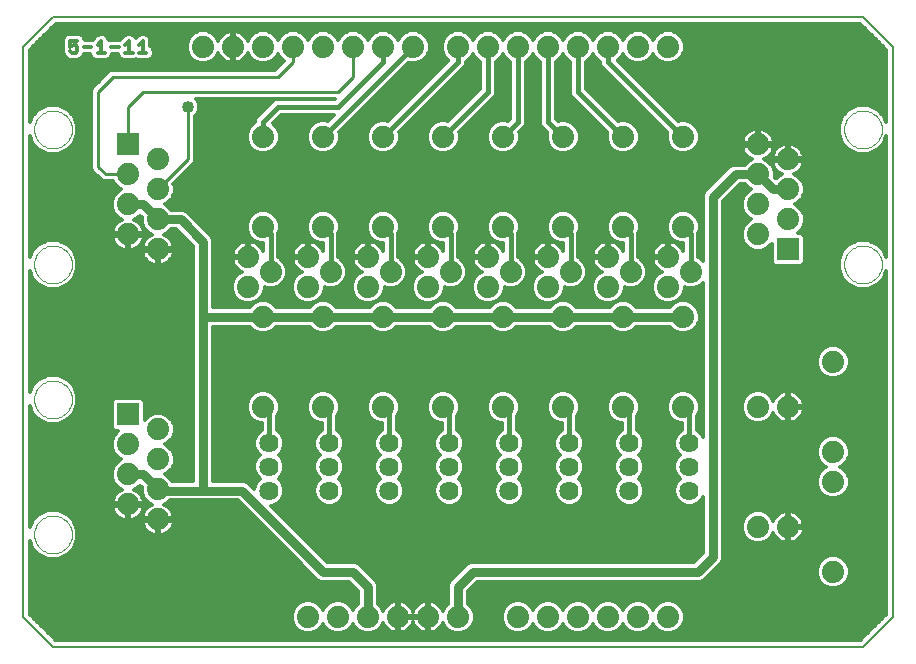
<source format=gtl>
G75*
G70*
%OFA0B0*%
%FSLAX24Y24*%
%IPPOS*%
%LPD*%
%AMOC8*
5,1,8,0,0,1.08239X$1,22.5*
%
%ADD10C,0.0080*%
%ADD11C,0.0130*%
%ADD12C,0.0740*%
%ADD13C,0.0000*%
%ADD14R,0.0740X0.0740*%
%ADD15C,0.0640*%
%ADD16C,0.0120*%
%ADD17C,0.0300*%
%ADD18C,0.0160*%
%ADD19C,0.0100*%
%ADD20C,0.0400*%
D10*
X006259Y001161D02*
X007259Y000161D01*
X034259Y000161D01*
X035259Y001161D01*
X035259Y020161D01*
X034259Y021161D01*
X007259Y021161D01*
X006259Y020161D01*
X006259Y001161D01*
D11*
X007886Y019976D02*
X007824Y020038D01*
X007886Y019976D02*
X008009Y019976D01*
X008071Y020038D01*
X008071Y020161D01*
X008009Y020223D01*
X007947Y020223D01*
X007824Y020161D01*
X007824Y020347D01*
X008071Y020347D01*
X008284Y020161D02*
X008531Y020161D01*
X008745Y020223D02*
X008868Y020347D01*
X008868Y019976D01*
X008745Y019976D02*
X008991Y019976D01*
X009205Y020161D02*
X009452Y020161D01*
X009665Y020223D02*
X009789Y020347D01*
X009789Y019976D01*
X009912Y019976D02*
X009665Y019976D01*
X010126Y019976D02*
X010373Y019976D01*
X010249Y019976D02*
X010249Y020347D01*
X010126Y020223D01*
D12*
X012259Y020161D03*
X013259Y020161D03*
X014259Y020161D03*
X015259Y020161D03*
X016259Y020161D03*
X017259Y020161D03*
X018259Y020161D03*
X019259Y020161D03*
X020759Y020161D03*
X021759Y020161D03*
X022759Y020161D03*
X023759Y020161D03*
X024759Y020161D03*
X025759Y020161D03*
X026759Y020161D03*
X027759Y020161D03*
X028259Y017161D03*
X026259Y017161D03*
X024259Y017161D03*
X022259Y017161D03*
X020259Y017161D03*
X018259Y017161D03*
X016259Y017161D03*
X014259Y017161D03*
X010759Y016411D03*
X009759Y015911D03*
X010759Y015411D03*
X009759Y014911D03*
X010759Y014411D03*
X009759Y013911D03*
X010759Y013411D03*
X013759Y013161D03*
X014509Y012661D03*
X013759Y012161D03*
X014259Y011161D03*
X015759Y012161D03*
X016509Y012661D03*
X015759Y013161D03*
X016259Y014161D03*
X017759Y013161D03*
X018509Y012661D03*
X017759Y012161D03*
X018259Y011161D03*
X019759Y012161D03*
X020509Y012661D03*
X019759Y013161D03*
X020259Y014161D03*
X021759Y013161D03*
X022509Y012661D03*
X021759Y012161D03*
X022259Y011161D03*
X023759Y012161D03*
X024509Y012661D03*
X023759Y013161D03*
X024259Y014161D03*
X025759Y013161D03*
X026509Y012661D03*
X025759Y012161D03*
X026259Y011161D03*
X027759Y012161D03*
X028509Y012661D03*
X027759Y013161D03*
X028259Y014161D03*
X026259Y014161D03*
X022259Y014161D03*
X018259Y014161D03*
X014259Y014161D03*
X016259Y011161D03*
X020259Y011161D03*
X024259Y011161D03*
X028259Y011161D03*
X030759Y013911D03*
X031759Y014411D03*
X030759Y014911D03*
X031759Y015411D03*
X030759Y015911D03*
X031759Y016411D03*
X030759Y016911D03*
X033259Y009661D03*
X031759Y008161D03*
X030759Y008161D03*
X028259Y008161D03*
X026259Y008161D03*
X024259Y008161D03*
X022259Y008161D03*
X020259Y008161D03*
X018259Y008161D03*
X016259Y008161D03*
X014259Y008161D03*
X010759Y007411D03*
X009759Y006911D03*
X010759Y006411D03*
X009759Y005911D03*
X010759Y005411D03*
X009759Y004911D03*
X010759Y004411D03*
X015759Y001161D03*
X016759Y001161D03*
X017759Y001161D03*
X018759Y001161D03*
X019759Y001161D03*
X020759Y001161D03*
X022759Y001161D03*
X023759Y001161D03*
X024759Y001161D03*
X025759Y001161D03*
X026759Y001161D03*
X027759Y001161D03*
X030759Y004161D03*
X031759Y004161D03*
X033259Y002661D03*
X033259Y005661D03*
X033259Y006661D03*
D13*
X033629Y012911D02*
X033631Y012961D01*
X033637Y013011D01*
X033647Y013060D01*
X033661Y013108D01*
X033678Y013155D01*
X033699Y013200D01*
X033724Y013244D01*
X033752Y013285D01*
X033784Y013324D01*
X033818Y013361D01*
X033855Y013395D01*
X033895Y013425D01*
X033937Y013452D01*
X033981Y013476D01*
X034027Y013497D01*
X034074Y013513D01*
X034122Y013526D01*
X034172Y013535D01*
X034221Y013540D01*
X034272Y013541D01*
X034322Y013538D01*
X034371Y013531D01*
X034420Y013520D01*
X034468Y013505D01*
X034514Y013487D01*
X034559Y013465D01*
X034602Y013439D01*
X034643Y013410D01*
X034682Y013378D01*
X034718Y013343D01*
X034750Y013305D01*
X034780Y013265D01*
X034807Y013222D01*
X034830Y013178D01*
X034849Y013132D01*
X034865Y013084D01*
X034877Y013035D01*
X034885Y012986D01*
X034889Y012936D01*
X034889Y012886D01*
X034885Y012836D01*
X034877Y012787D01*
X034865Y012738D01*
X034849Y012690D01*
X034830Y012644D01*
X034807Y012600D01*
X034780Y012557D01*
X034750Y012517D01*
X034718Y012479D01*
X034682Y012444D01*
X034643Y012412D01*
X034602Y012383D01*
X034559Y012357D01*
X034514Y012335D01*
X034468Y012317D01*
X034420Y012302D01*
X034371Y012291D01*
X034322Y012284D01*
X034272Y012281D01*
X034221Y012282D01*
X034172Y012287D01*
X034122Y012296D01*
X034074Y012309D01*
X034027Y012325D01*
X033981Y012346D01*
X033937Y012370D01*
X033895Y012397D01*
X033855Y012427D01*
X033818Y012461D01*
X033784Y012498D01*
X033752Y012537D01*
X033724Y012578D01*
X033699Y012622D01*
X033678Y012667D01*
X033661Y012714D01*
X033647Y012762D01*
X033637Y012811D01*
X033631Y012861D01*
X033629Y012911D01*
X033629Y017411D02*
X033631Y017461D01*
X033637Y017511D01*
X033647Y017560D01*
X033661Y017608D01*
X033678Y017655D01*
X033699Y017700D01*
X033724Y017744D01*
X033752Y017785D01*
X033784Y017824D01*
X033818Y017861D01*
X033855Y017895D01*
X033895Y017925D01*
X033937Y017952D01*
X033981Y017976D01*
X034027Y017997D01*
X034074Y018013D01*
X034122Y018026D01*
X034172Y018035D01*
X034221Y018040D01*
X034272Y018041D01*
X034322Y018038D01*
X034371Y018031D01*
X034420Y018020D01*
X034468Y018005D01*
X034514Y017987D01*
X034559Y017965D01*
X034602Y017939D01*
X034643Y017910D01*
X034682Y017878D01*
X034718Y017843D01*
X034750Y017805D01*
X034780Y017765D01*
X034807Y017722D01*
X034830Y017678D01*
X034849Y017632D01*
X034865Y017584D01*
X034877Y017535D01*
X034885Y017486D01*
X034889Y017436D01*
X034889Y017386D01*
X034885Y017336D01*
X034877Y017287D01*
X034865Y017238D01*
X034849Y017190D01*
X034830Y017144D01*
X034807Y017100D01*
X034780Y017057D01*
X034750Y017017D01*
X034718Y016979D01*
X034682Y016944D01*
X034643Y016912D01*
X034602Y016883D01*
X034559Y016857D01*
X034514Y016835D01*
X034468Y016817D01*
X034420Y016802D01*
X034371Y016791D01*
X034322Y016784D01*
X034272Y016781D01*
X034221Y016782D01*
X034172Y016787D01*
X034122Y016796D01*
X034074Y016809D01*
X034027Y016825D01*
X033981Y016846D01*
X033937Y016870D01*
X033895Y016897D01*
X033855Y016927D01*
X033818Y016961D01*
X033784Y016998D01*
X033752Y017037D01*
X033724Y017078D01*
X033699Y017122D01*
X033678Y017167D01*
X033661Y017214D01*
X033647Y017262D01*
X033637Y017311D01*
X033631Y017361D01*
X033629Y017411D01*
X006629Y017411D02*
X006631Y017461D01*
X006637Y017511D01*
X006647Y017560D01*
X006661Y017608D01*
X006678Y017655D01*
X006699Y017700D01*
X006724Y017744D01*
X006752Y017785D01*
X006784Y017824D01*
X006818Y017861D01*
X006855Y017895D01*
X006895Y017925D01*
X006937Y017952D01*
X006981Y017976D01*
X007027Y017997D01*
X007074Y018013D01*
X007122Y018026D01*
X007172Y018035D01*
X007221Y018040D01*
X007272Y018041D01*
X007322Y018038D01*
X007371Y018031D01*
X007420Y018020D01*
X007468Y018005D01*
X007514Y017987D01*
X007559Y017965D01*
X007602Y017939D01*
X007643Y017910D01*
X007682Y017878D01*
X007718Y017843D01*
X007750Y017805D01*
X007780Y017765D01*
X007807Y017722D01*
X007830Y017678D01*
X007849Y017632D01*
X007865Y017584D01*
X007877Y017535D01*
X007885Y017486D01*
X007889Y017436D01*
X007889Y017386D01*
X007885Y017336D01*
X007877Y017287D01*
X007865Y017238D01*
X007849Y017190D01*
X007830Y017144D01*
X007807Y017100D01*
X007780Y017057D01*
X007750Y017017D01*
X007718Y016979D01*
X007682Y016944D01*
X007643Y016912D01*
X007602Y016883D01*
X007559Y016857D01*
X007514Y016835D01*
X007468Y016817D01*
X007420Y016802D01*
X007371Y016791D01*
X007322Y016784D01*
X007272Y016781D01*
X007221Y016782D01*
X007172Y016787D01*
X007122Y016796D01*
X007074Y016809D01*
X007027Y016825D01*
X006981Y016846D01*
X006937Y016870D01*
X006895Y016897D01*
X006855Y016927D01*
X006818Y016961D01*
X006784Y016998D01*
X006752Y017037D01*
X006724Y017078D01*
X006699Y017122D01*
X006678Y017167D01*
X006661Y017214D01*
X006647Y017262D01*
X006637Y017311D01*
X006631Y017361D01*
X006629Y017411D01*
X006629Y012911D02*
X006631Y012961D01*
X006637Y013011D01*
X006647Y013060D01*
X006661Y013108D01*
X006678Y013155D01*
X006699Y013200D01*
X006724Y013244D01*
X006752Y013285D01*
X006784Y013324D01*
X006818Y013361D01*
X006855Y013395D01*
X006895Y013425D01*
X006937Y013452D01*
X006981Y013476D01*
X007027Y013497D01*
X007074Y013513D01*
X007122Y013526D01*
X007172Y013535D01*
X007221Y013540D01*
X007272Y013541D01*
X007322Y013538D01*
X007371Y013531D01*
X007420Y013520D01*
X007468Y013505D01*
X007514Y013487D01*
X007559Y013465D01*
X007602Y013439D01*
X007643Y013410D01*
X007682Y013378D01*
X007718Y013343D01*
X007750Y013305D01*
X007780Y013265D01*
X007807Y013222D01*
X007830Y013178D01*
X007849Y013132D01*
X007865Y013084D01*
X007877Y013035D01*
X007885Y012986D01*
X007889Y012936D01*
X007889Y012886D01*
X007885Y012836D01*
X007877Y012787D01*
X007865Y012738D01*
X007849Y012690D01*
X007830Y012644D01*
X007807Y012600D01*
X007780Y012557D01*
X007750Y012517D01*
X007718Y012479D01*
X007682Y012444D01*
X007643Y012412D01*
X007602Y012383D01*
X007559Y012357D01*
X007514Y012335D01*
X007468Y012317D01*
X007420Y012302D01*
X007371Y012291D01*
X007322Y012284D01*
X007272Y012281D01*
X007221Y012282D01*
X007172Y012287D01*
X007122Y012296D01*
X007074Y012309D01*
X007027Y012325D01*
X006981Y012346D01*
X006937Y012370D01*
X006895Y012397D01*
X006855Y012427D01*
X006818Y012461D01*
X006784Y012498D01*
X006752Y012537D01*
X006724Y012578D01*
X006699Y012622D01*
X006678Y012667D01*
X006661Y012714D01*
X006647Y012762D01*
X006637Y012811D01*
X006631Y012861D01*
X006629Y012911D01*
X006629Y008411D02*
X006631Y008461D01*
X006637Y008511D01*
X006647Y008560D01*
X006661Y008608D01*
X006678Y008655D01*
X006699Y008700D01*
X006724Y008744D01*
X006752Y008785D01*
X006784Y008824D01*
X006818Y008861D01*
X006855Y008895D01*
X006895Y008925D01*
X006937Y008952D01*
X006981Y008976D01*
X007027Y008997D01*
X007074Y009013D01*
X007122Y009026D01*
X007172Y009035D01*
X007221Y009040D01*
X007272Y009041D01*
X007322Y009038D01*
X007371Y009031D01*
X007420Y009020D01*
X007468Y009005D01*
X007514Y008987D01*
X007559Y008965D01*
X007602Y008939D01*
X007643Y008910D01*
X007682Y008878D01*
X007718Y008843D01*
X007750Y008805D01*
X007780Y008765D01*
X007807Y008722D01*
X007830Y008678D01*
X007849Y008632D01*
X007865Y008584D01*
X007877Y008535D01*
X007885Y008486D01*
X007889Y008436D01*
X007889Y008386D01*
X007885Y008336D01*
X007877Y008287D01*
X007865Y008238D01*
X007849Y008190D01*
X007830Y008144D01*
X007807Y008100D01*
X007780Y008057D01*
X007750Y008017D01*
X007718Y007979D01*
X007682Y007944D01*
X007643Y007912D01*
X007602Y007883D01*
X007559Y007857D01*
X007514Y007835D01*
X007468Y007817D01*
X007420Y007802D01*
X007371Y007791D01*
X007322Y007784D01*
X007272Y007781D01*
X007221Y007782D01*
X007172Y007787D01*
X007122Y007796D01*
X007074Y007809D01*
X007027Y007825D01*
X006981Y007846D01*
X006937Y007870D01*
X006895Y007897D01*
X006855Y007927D01*
X006818Y007961D01*
X006784Y007998D01*
X006752Y008037D01*
X006724Y008078D01*
X006699Y008122D01*
X006678Y008167D01*
X006661Y008214D01*
X006647Y008262D01*
X006637Y008311D01*
X006631Y008361D01*
X006629Y008411D01*
X006629Y003911D02*
X006631Y003961D01*
X006637Y004011D01*
X006647Y004060D01*
X006661Y004108D01*
X006678Y004155D01*
X006699Y004200D01*
X006724Y004244D01*
X006752Y004285D01*
X006784Y004324D01*
X006818Y004361D01*
X006855Y004395D01*
X006895Y004425D01*
X006937Y004452D01*
X006981Y004476D01*
X007027Y004497D01*
X007074Y004513D01*
X007122Y004526D01*
X007172Y004535D01*
X007221Y004540D01*
X007272Y004541D01*
X007322Y004538D01*
X007371Y004531D01*
X007420Y004520D01*
X007468Y004505D01*
X007514Y004487D01*
X007559Y004465D01*
X007602Y004439D01*
X007643Y004410D01*
X007682Y004378D01*
X007718Y004343D01*
X007750Y004305D01*
X007780Y004265D01*
X007807Y004222D01*
X007830Y004178D01*
X007849Y004132D01*
X007865Y004084D01*
X007877Y004035D01*
X007885Y003986D01*
X007889Y003936D01*
X007889Y003886D01*
X007885Y003836D01*
X007877Y003787D01*
X007865Y003738D01*
X007849Y003690D01*
X007830Y003644D01*
X007807Y003600D01*
X007780Y003557D01*
X007750Y003517D01*
X007718Y003479D01*
X007682Y003444D01*
X007643Y003412D01*
X007602Y003383D01*
X007559Y003357D01*
X007514Y003335D01*
X007468Y003317D01*
X007420Y003302D01*
X007371Y003291D01*
X007322Y003284D01*
X007272Y003281D01*
X007221Y003282D01*
X007172Y003287D01*
X007122Y003296D01*
X007074Y003309D01*
X007027Y003325D01*
X006981Y003346D01*
X006937Y003370D01*
X006895Y003397D01*
X006855Y003427D01*
X006818Y003461D01*
X006784Y003498D01*
X006752Y003537D01*
X006724Y003578D01*
X006699Y003622D01*
X006678Y003667D01*
X006661Y003714D01*
X006647Y003762D01*
X006637Y003811D01*
X006631Y003861D01*
X006629Y003911D01*
D14*
X009759Y007911D03*
X009759Y016911D03*
X031759Y013411D03*
D15*
X028475Y006949D03*
X028475Y006161D03*
X028475Y005374D03*
X026475Y005374D03*
X026475Y006161D03*
X026475Y006949D03*
X024475Y006949D03*
X024475Y006161D03*
X024475Y005374D03*
X022475Y005374D03*
X022475Y006161D03*
X022475Y006949D03*
X020475Y006949D03*
X020475Y006161D03*
X020475Y005374D03*
X018475Y005374D03*
X018475Y006161D03*
X018475Y006949D03*
X016475Y006949D03*
X016475Y006161D03*
X016475Y005374D03*
X014475Y005374D03*
X014475Y006161D03*
X014475Y006949D03*
D16*
X014020Y007155D02*
X012589Y007155D01*
X012589Y007037D02*
X013975Y007037D01*
X013975Y007048D02*
X013975Y006849D01*
X014052Y006665D01*
X014162Y006555D01*
X014052Y006444D01*
X014051Y006444D02*
X012589Y006444D01*
X012589Y006326D02*
X014002Y006326D01*
X013975Y006261D02*
X014052Y006444D01*
X014154Y006563D02*
X012589Y006563D01*
X012589Y006681D02*
X014045Y006681D01*
X013996Y006800D02*
X012589Y006800D01*
X012589Y006918D02*
X013975Y006918D01*
X013975Y007048D02*
X014052Y007232D01*
X014192Y007373D01*
X014215Y007382D01*
X014215Y007611D01*
X014149Y007611D01*
X013947Y007695D01*
X013793Y007850D01*
X013709Y008052D01*
X013709Y008271D01*
X013793Y008473D01*
X013947Y008627D01*
X014149Y008711D01*
X014368Y008711D01*
X014570Y008627D01*
X014725Y008473D01*
X014809Y008271D01*
X014809Y008052D01*
X014735Y007874D01*
X014735Y007382D01*
X014759Y007373D01*
X014899Y007232D01*
X014975Y007048D01*
X014975Y006849D01*
X014899Y006665D01*
X014789Y006555D01*
X014899Y006444D01*
X016051Y006444D01*
X016052Y006444D02*
X015975Y006261D01*
X015975Y006062D01*
X016052Y005878D01*
X016162Y005768D01*
X016052Y005657D01*
X015975Y005473D01*
X015975Y005274D01*
X016052Y005091D01*
X016192Y004950D01*
X016376Y004874D01*
X016575Y004874D01*
X016759Y004950D01*
X016899Y005091D01*
X016975Y005274D01*
X016975Y005473D01*
X016899Y005657D01*
X016789Y005768D01*
X016899Y005878D01*
X016975Y006062D01*
X016975Y006261D01*
X016899Y006444D01*
X018051Y006444D01*
X018052Y006444D02*
X017975Y006261D01*
X017975Y006062D01*
X018052Y005878D01*
X018162Y005768D01*
X018052Y005657D01*
X017975Y005473D01*
X017975Y005274D01*
X018052Y005091D01*
X018192Y004950D01*
X018376Y004874D01*
X018575Y004874D01*
X018759Y004950D01*
X018899Y005091D01*
X018975Y005274D01*
X018975Y005473D01*
X018899Y005657D01*
X018789Y005768D01*
X018899Y005878D01*
X018975Y006062D01*
X018975Y006261D01*
X018899Y006444D01*
X020051Y006444D01*
X020052Y006444D02*
X019975Y006261D01*
X019975Y006062D01*
X020052Y005878D01*
X020162Y005768D01*
X020052Y005657D01*
X019975Y005473D01*
X019975Y005274D01*
X020052Y005091D01*
X020192Y004950D01*
X020376Y004874D01*
X020575Y004874D01*
X020759Y004950D01*
X020899Y005091D01*
X020975Y005274D01*
X020975Y005473D01*
X020899Y005657D01*
X020789Y005768D01*
X020899Y005878D01*
X020975Y006062D01*
X020975Y006261D01*
X020899Y006444D01*
X022051Y006444D01*
X022052Y006444D02*
X021975Y006261D01*
X021975Y006062D01*
X022052Y005878D01*
X022162Y005768D01*
X022052Y005657D01*
X021975Y005473D01*
X021975Y005274D01*
X022052Y005091D01*
X022192Y004950D01*
X022376Y004874D01*
X022575Y004874D01*
X022759Y004950D01*
X022899Y005091D01*
X022975Y005274D01*
X022975Y005473D01*
X022899Y005657D01*
X022789Y005768D01*
X022899Y005878D01*
X022975Y006062D01*
X022975Y006261D01*
X022899Y006444D01*
X024051Y006444D01*
X024052Y006444D02*
X023975Y006261D01*
X023975Y006062D01*
X024052Y005878D01*
X024162Y005768D01*
X024052Y005657D01*
X023975Y005473D01*
X023975Y005274D01*
X024052Y005091D01*
X024192Y004950D01*
X024376Y004874D01*
X024575Y004874D01*
X024759Y004950D01*
X024899Y005091D01*
X024975Y005274D01*
X024975Y005473D01*
X024899Y005657D01*
X024789Y005768D01*
X024899Y005878D01*
X024975Y006062D01*
X024975Y006261D01*
X024899Y006444D01*
X026051Y006444D01*
X026052Y006444D02*
X025975Y006261D01*
X025975Y006062D01*
X026052Y005878D01*
X026162Y005768D01*
X026052Y005657D01*
X025975Y005473D01*
X025975Y005274D01*
X026052Y005091D01*
X026192Y004950D01*
X026376Y004874D01*
X026575Y004874D01*
X026759Y004950D01*
X026899Y005091D01*
X026975Y005274D01*
X026975Y005473D01*
X026899Y005657D01*
X026789Y005768D01*
X026899Y005878D01*
X026975Y006062D01*
X026975Y006261D01*
X026899Y006444D01*
X028051Y006444D01*
X028052Y006444D02*
X027975Y006261D01*
X027975Y006062D01*
X028052Y005878D01*
X028162Y005768D01*
X028052Y005657D01*
X027975Y005473D01*
X027975Y005274D01*
X028052Y005091D01*
X028192Y004950D01*
X028376Y004874D01*
X028575Y004874D01*
X028759Y004950D01*
X028899Y005091D01*
X028929Y005162D01*
X028929Y003298D01*
X028622Y002991D01*
X021193Y002991D01*
X021072Y002941D01*
X020979Y002848D01*
X020479Y002348D01*
X020429Y002227D01*
X020429Y002096D01*
X020429Y001609D01*
X020293Y001473D01*
X020249Y001367D01*
X020212Y001439D01*
X020163Y001506D01*
X020104Y001565D01*
X020037Y001615D01*
X019962Y001652D01*
X019883Y001678D01*
X019801Y001691D01*
X019799Y001691D01*
X019799Y001201D01*
X019719Y001201D01*
X019719Y001121D01*
X019799Y001121D01*
X019799Y000631D01*
X019801Y000631D01*
X019883Y000644D01*
X019962Y000670D01*
X020037Y000708D01*
X020104Y000757D01*
X020163Y000816D01*
X020212Y000883D01*
X020249Y000955D01*
X020293Y000850D01*
X020447Y000695D01*
X020649Y000611D01*
X020868Y000611D01*
X021070Y000695D01*
X021225Y000850D01*
X021309Y001052D01*
X021309Y001271D01*
X021225Y001473D01*
X021089Y001609D01*
X021089Y002025D01*
X021396Y002331D01*
X028693Y002331D01*
X028825Y002331D01*
X028946Y002381D01*
X029446Y002881D01*
X029539Y002974D01*
X029589Y003096D01*
X029589Y015025D01*
X030146Y015581D01*
X030311Y015581D01*
X030447Y015445D01*
X030529Y015411D01*
X030447Y015377D01*
X030293Y015223D01*
X030209Y015021D01*
X030209Y014802D01*
X030293Y014600D01*
X030447Y014445D01*
X030529Y014411D01*
X030447Y014377D01*
X030293Y014223D01*
X030209Y014021D01*
X030209Y013802D01*
X030293Y013600D01*
X030447Y013445D01*
X030649Y013361D01*
X030868Y013361D01*
X031070Y013445D01*
X031209Y013584D01*
X031209Y012967D01*
X031314Y012861D01*
X032203Y012861D01*
X032309Y012967D01*
X032309Y013856D01*
X032203Y013961D01*
X032087Y013961D01*
X032225Y014100D01*
X032309Y014302D01*
X032309Y014521D01*
X032225Y014723D01*
X032070Y014877D01*
X031989Y014911D01*
X032070Y014945D01*
X032225Y015100D01*
X032309Y015302D01*
X032309Y015521D01*
X032225Y015723D01*
X032070Y015877D01*
X031965Y015921D01*
X032037Y015958D01*
X032104Y016007D01*
X032163Y016066D01*
X032212Y016133D01*
X032250Y016208D01*
X032276Y016287D01*
X032289Y016370D01*
X032289Y016373D01*
X031798Y016373D01*
X031798Y016450D01*
X032289Y016450D01*
X032289Y016453D01*
X032276Y016535D01*
X032250Y016615D01*
X032212Y016689D01*
X032163Y016756D01*
X032104Y016815D01*
X032037Y016865D01*
X031962Y016902D01*
X031883Y016928D01*
X031801Y016941D01*
X031797Y016941D01*
X031797Y016450D01*
X031720Y016450D01*
X031720Y016373D01*
X031229Y016373D01*
X031229Y016370D01*
X031242Y016287D01*
X031268Y016208D01*
X031306Y016133D01*
X031355Y016066D01*
X031414Y016007D01*
X031481Y015958D01*
X031553Y015921D01*
X031447Y015877D01*
X031353Y015783D01*
X031309Y015828D01*
X031309Y016021D01*
X031225Y016223D01*
X031070Y016377D01*
X030965Y016421D01*
X031037Y016458D01*
X031104Y016507D01*
X031163Y016566D01*
X031212Y016633D01*
X031250Y016708D01*
X031276Y016787D01*
X031289Y016870D01*
X031289Y016873D01*
X030798Y016873D01*
X030798Y016950D01*
X031289Y016950D01*
X031289Y016953D01*
X031276Y017035D01*
X031250Y017115D01*
X031212Y017189D01*
X031163Y017256D01*
X031104Y017315D01*
X031037Y017365D01*
X030962Y017402D01*
X030883Y017428D01*
X030801Y017441D01*
X030797Y017441D01*
X030797Y016950D01*
X030720Y016950D01*
X030720Y016873D01*
X030229Y016873D01*
X030229Y016870D01*
X030242Y016787D01*
X030268Y016708D01*
X030306Y016633D01*
X030355Y016566D01*
X030414Y016507D01*
X030481Y016458D01*
X030553Y016421D01*
X030447Y016377D01*
X030311Y016241D01*
X030075Y016241D01*
X029943Y016241D01*
X029822Y016191D01*
X028979Y015348D01*
X028929Y015227D01*
X028929Y015096D01*
X028929Y013019D01*
X028820Y013127D01*
X028769Y013149D01*
X028769Y013860D01*
X028769Y013955D01*
X028809Y014052D01*
X028809Y014271D01*
X028725Y014473D01*
X028570Y014627D01*
X028368Y014711D01*
X028149Y014711D01*
X027947Y014627D01*
X027793Y014473D01*
X027709Y014271D01*
X027709Y014052D01*
X027793Y013850D01*
X027947Y013695D01*
X028149Y013611D01*
X028249Y013611D01*
X028249Y013367D01*
X028212Y013439D01*
X028163Y013506D01*
X028104Y013565D01*
X028037Y013615D01*
X027962Y013652D01*
X027883Y013678D01*
X027801Y013691D01*
X027779Y013691D01*
X027779Y013181D01*
X027739Y013181D01*
X027739Y013141D01*
X027229Y013141D01*
X027229Y013120D01*
X027242Y013037D01*
X027268Y012958D01*
X027306Y012883D01*
X027355Y012816D01*
X027414Y012757D01*
X027481Y012708D01*
X027553Y012671D01*
X027447Y012627D01*
X027293Y012473D01*
X027209Y012271D01*
X027209Y012052D01*
X027293Y011850D01*
X027447Y011695D01*
X027649Y011611D01*
X027868Y011611D01*
X028070Y011695D01*
X028225Y011850D01*
X028309Y012052D01*
X028309Y012149D01*
X028399Y012111D01*
X028618Y012111D01*
X028820Y012195D01*
X028929Y012304D01*
X028929Y007160D01*
X028899Y007232D01*
X028759Y007373D01*
X028735Y007382D01*
X028735Y007875D01*
X028809Y008052D01*
X028809Y008271D01*
X028725Y008473D01*
X028570Y008627D01*
X028368Y008711D01*
X028149Y008711D01*
X027947Y008627D01*
X027793Y008473D01*
X027709Y008271D01*
X027709Y008052D01*
X027793Y007850D01*
X027947Y007695D01*
X028149Y007611D01*
X028215Y007611D01*
X028215Y007382D01*
X028192Y007373D01*
X028052Y007232D01*
X027975Y007048D01*
X027975Y006849D01*
X028052Y006665D01*
X028162Y006555D01*
X028052Y006444D01*
X028002Y006326D02*
X026949Y006326D01*
X026975Y006207D02*
X027975Y006207D01*
X027975Y006088D02*
X026975Y006088D01*
X026937Y005970D02*
X028013Y005970D01*
X028078Y005851D02*
X026873Y005851D01*
X026824Y005733D02*
X028127Y005733D01*
X028034Y005614D02*
X026917Y005614D01*
X026966Y005496D02*
X027985Y005496D01*
X027975Y005377D02*
X026975Y005377D01*
X026969Y005259D02*
X027982Y005259D01*
X028031Y005140D02*
X026920Y005140D01*
X026830Y005022D02*
X028121Y005022D01*
X028306Y004903D02*
X026645Y004903D01*
X026306Y004903D02*
X024645Y004903D01*
X024830Y005022D02*
X026121Y005022D01*
X026031Y005140D02*
X024920Y005140D01*
X024969Y005259D02*
X025982Y005259D01*
X025975Y005377D02*
X024975Y005377D01*
X024966Y005496D02*
X025985Y005496D01*
X026034Y005614D02*
X024917Y005614D01*
X024824Y005733D02*
X026127Y005733D01*
X026078Y005851D02*
X024873Y005851D01*
X024937Y005970D02*
X026013Y005970D01*
X025975Y006088D02*
X024975Y006088D01*
X024975Y006207D02*
X025975Y006207D01*
X026002Y006326D02*
X024949Y006326D01*
X024899Y006444D02*
X024789Y006555D01*
X024899Y006665D01*
X024975Y006849D01*
X024975Y007048D01*
X024899Y007232D01*
X024759Y007373D01*
X024735Y007382D01*
X024735Y007874D01*
X024809Y008052D01*
X024809Y008271D01*
X024725Y008473D01*
X024570Y008627D01*
X024368Y008711D01*
X024149Y008711D01*
X023947Y008627D01*
X023793Y008473D01*
X023709Y008271D01*
X023709Y008052D01*
X023793Y007850D01*
X023947Y007695D01*
X024149Y007611D01*
X024215Y007611D01*
X024215Y007382D01*
X024192Y007373D01*
X024052Y007232D01*
X023975Y007048D01*
X023975Y006849D01*
X024052Y006665D01*
X024162Y006555D01*
X024052Y006444D01*
X024002Y006326D02*
X022949Y006326D01*
X022975Y006207D02*
X023975Y006207D01*
X023975Y006088D02*
X022975Y006088D01*
X022937Y005970D02*
X024013Y005970D01*
X024078Y005851D02*
X022873Y005851D01*
X022824Y005733D02*
X024127Y005733D01*
X024034Y005614D02*
X022917Y005614D01*
X022966Y005496D02*
X023985Y005496D01*
X023975Y005377D02*
X022975Y005377D01*
X022969Y005259D02*
X023982Y005259D01*
X024031Y005140D02*
X022920Y005140D01*
X022830Y005022D02*
X024121Y005022D01*
X024306Y004903D02*
X022645Y004903D01*
X022306Y004903D02*
X020645Y004903D01*
X020830Y005022D02*
X022121Y005022D01*
X022031Y005140D02*
X020920Y005140D01*
X020969Y005259D02*
X021982Y005259D01*
X021975Y005377D02*
X020975Y005377D01*
X020966Y005496D02*
X021985Y005496D01*
X022034Y005614D02*
X020917Y005614D01*
X020824Y005733D02*
X022127Y005733D01*
X022078Y005851D02*
X020873Y005851D01*
X020937Y005970D02*
X022013Y005970D01*
X021975Y006088D02*
X020975Y006088D01*
X020975Y006207D02*
X021975Y006207D01*
X022002Y006326D02*
X020949Y006326D01*
X020899Y006444D02*
X020789Y006555D01*
X020899Y006665D01*
X020975Y006849D01*
X020975Y007048D01*
X020899Y007232D01*
X020759Y007373D01*
X020735Y007382D01*
X020735Y007875D01*
X020809Y008052D01*
X020809Y008271D01*
X020725Y008473D01*
X020570Y008627D01*
X020368Y008711D01*
X020149Y008711D01*
X019947Y008627D01*
X019793Y008473D01*
X019709Y008271D01*
X019709Y008052D01*
X019793Y007850D01*
X019947Y007695D01*
X020149Y007611D01*
X020215Y007611D01*
X020215Y007382D01*
X020192Y007373D01*
X020052Y007232D01*
X019975Y007048D01*
X019975Y006849D01*
X020052Y006665D01*
X020162Y006555D01*
X020052Y006444D01*
X020002Y006326D02*
X018949Y006326D01*
X018975Y006207D02*
X019975Y006207D01*
X019975Y006088D02*
X018975Y006088D01*
X018937Y005970D02*
X020013Y005970D01*
X020078Y005851D02*
X018873Y005851D01*
X018824Y005733D02*
X020127Y005733D01*
X020034Y005614D02*
X018917Y005614D01*
X018966Y005496D02*
X019985Y005496D01*
X019975Y005377D02*
X018975Y005377D01*
X018969Y005259D02*
X019982Y005259D01*
X020031Y005140D02*
X018920Y005140D01*
X018830Y005022D02*
X020121Y005022D01*
X020306Y004903D02*
X018645Y004903D01*
X018306Y004903D02*
X016645Y004903D01*
X016830Y005022D02*
X018121Y005022D01*
X018031Y005140D02*
X016920Y005140D01*
X016969Y005259D02*
X017982Y005259D01*
X017975Y005377D02*
X016975Y005377D01*
X016966Y005496D02*
X017985Y005496D01*
X018034Y005614D02*
X016917Y005614D01*
X016824Y005733D02*
X018127Y005733D01*
X018078Y005851D02*
X016873Y005851D01*
X016937Y005970D02*
X018013Y005970D01*
X017975Y006088D02*
X016975Y006088D01*
X016975Y006207D02*
X017975Y006207D01*
X018002Y006326D02*
X016949Y006326D01*
X016899Y006444D02*
X016789Y006555D01*
X016899Y006665D01*
X016975Y006849D01*
X016975Y007048D01*
X016899Y007232D01*
X016759Y007373D01*
X016735Y007382D01*
X016735Y007874D01*
X016809Y008052D01*
X016809Y008271D01*
X016725Y008473D01*
X016570Y008627D01*
X016368Y008711D01*
X016149Y008711D01*
X015947Y008627D01*
X015793Y008473D01*
X015709Y008271D01*
X015709Y008052D01*
X015793Y007850D01*
X015947Y007695D01*
X016149Y007611D01*
X016215Y007611D01*
X016215Y007382D01*
X016192Y007373D01*
X016052Y007232D01*
X015975Y007048D01*
X015975Y006849D01*
X016052Y006665D01*
X016162Y006555D01*
X016052Y006444D01*
X016002Y006326D02*
X014949Y006326D01*
X014975Y006261D02*
X014899Y006444D01*
X014796Y006563D02*
X016154Y006563D01*
X016045Y006681D02*
X014906Y006681D01*
X014955Y006800D02*
X015996Y006800D01*
X015975Y006918D02*
X014975Y006918D01*
X014975Y007037D02*
X015975Y007037D01*
X016020Y007155D02*
X014931Y007155D01*
X014857Y007274D02*
X016094Y007274D01*
X016215Y007392D02*
X014735Y007392D01*
X014735Y007511D02*
X016215Y007511D01*
X016105Y007629D02*
X014735Y007629D01*
X014735Y007748D02*
X015894Y007748D01*
X015786Y007867D02*
X014735Y007867D01*
X014781Y007985D02*
X015736Y007985D01*
X015709Y008104D02*
X014809Y008104D01*
X014809Y008222D02*
X015709Y008222D01*
X015738Y008341D02*
X014780Y008341D01*
X014731Y008459D02*
X015787Y008459D01*
X015898Y008578D02*
X014620Y008578D01*
X014404Y008696D02*
X016114Y008696D01*
X016404Y008696D02*
X018114Y008696D01*
X018149Y008711D02*
X017947Y008627D01*
X017793Y008473D01*
X017709Y008271D01*
X017709Y008052D01*
X017793Y007850D01*
X017947Y007695D01*
X018149Y007611D01*
X018215Y007611D01*
X018215Y007382D01*
X018192Y007373D01*
X018052Y007232D01*
X017975Y007048D01*
X017975Y006849D01*
X018052Y006665D01*
X018162Y006555D01*
X018052Y006444D01*
X018154Y006563D02*
X016796Y006563D01*
X016906Y006681D02*
X018045Y006681D01*
X017996Y006800D02*
X016955Y006800D01*
X016975Y006918D02*
X017975Y006918D01*
X017975Y007037D02*
X016975Y007037D01*
X016931Y007155D02*
X018020Y007155D01*
X018094Y007274D02*
X016857Y007274D01*
X016735Y007392D02*
X018215Y007392D01*
X018215Y007511D02*
X016735Y007511D01*
X016735Y007629D02*
X018105Y007629D01*
X017894Y007748D02*
X016735Y007748D01*
X016735Y007867D02*
X017786Y007867D01*
X017736Y007985D02*
X016781Y007985D01*
X016809Y008104D02*
X017709Y008104D01*
X017709Y008222D02*
X016809Y008222D01*
X016780Y008341D02*
X017738Y008341D01*
X017787Y008459D02*
X016731Y008459D01*
X016620Y008578D02*
X017898Y008578D01*
X018149Y008711D02*
X018368Y008711D01*
X018570Y008627D01*
X018725Y008473D01*
X018809Y008271D01*
X018809Y008052D01*
X018735Y007874D01*
X018735Y007382D01*
X018759Y007373D01*
X018899Y007232D01*
X018975Y007048D01*
X018975Y006849D01*
X018899Y006665D01*
X018789Y006555D01*
X018899Y006444D01*
X018796Y006563D02*
X020154Y006563D01*
X020045Y006681D02*
X018906Y006681D01*
X018955Y006800D02*
X019996Y006800D01*
X019975Y006918D02*
X018975Y006918D01*
X018975Y007037D02*
X019975Y007037D01*
X020020Y007155D02*
X018931Y007155D01*
X018857Y007274D02*
X020094Y007274D01*
X020215Y007392D02*
X018735Y007392D01*
X018735Y007511D02*
X020215Y007511D01*
X020105Y007629D02*
X018735Y007629D01*
X018735Y007748D02*
X019894Y007748D01*
X019786Y007867D02*
X018735Y007867D01*
X018781Y007985D02*
X019736Y007985D01*
X019709Y008104D02*
X018809Y008104D01*
X018809Y008222D02*
X019709Y008222D01*
X019738Y008341D02*
X018780Y008341D01*
X018731Y008459D02*
X019787Y008459D01*
X019898Y008578D02*
X018620Y008578D01*
X018404Y008696D02*
X020114Y008696D01*
X020404Y008696D02*
X022114Y008696D01*
X022149Y008711D02*
X021947Y008627D01*
X021793Y008473D01*
X021709Y008271D01*
X021709Y008052D01*
X021793Y007850D01*
X021947Y007695D01*
X022149Y007611D01*
X022215Y007611D01*
X022215Y007382D01*
X022192Y007373D01*
X022052Y007232D01*
X021975Y007048D01*
X021975Y006849D01*
X022052Y006665D01*
X022162Y006555D01*
X022052Y006444D01*
X022154Y006563D02*
X020796Y006563D01*
X020906Y006681D02*
X022045Y006681D01*
X021996Y006800D02*
X020955Y006800D01*
X020975Y006918D02*
X021975Y006918D01*
X021975Y007037D02*
X020975Y007037D01*
X020931Y007155D02*
X022020Y007155D01*
X022094Y007274D02*
X020857Y007274D01*
X020735Y007392D02*
X022215Y007392D01*
X022215Y007511D02*
X020735Y007511D01*
X020735Y007629D02*
X022105Y007629D01*
X021894Y007748D02*
X020735Y007748D01*
X020735Y007867D02*
X021786Y007867D01*
X021736Y007985D02*
X020781Y007985D01*
X020809Y008104D02*
X021709Y008104D01*
X021709Y008222D02*
X020809Y008222D01*
X020780Y008341D02*
X021738Y008341D01*
X021787Y008459D02*
X020731Y008459D01*
X020620Y008578D02*
X021898Y008578D01*
X022149Y008711D02*
X022368Y008711D01*
X022570Y008627D01*
X022725Y008473D01*
X022809Y008271D01*
X022809Y008052D01*
X022735Y007874D01*
X022735Y007382D01*
X022759Y007373D01*
X022899Y007232D01*
X022975Y007048D01*
X022975Y006849D01*
X022899Y006665D01*
X022789Y006555D01*
X022899Y006444D01*
X022796Y006563D02*
X024154Y006563D01*
X024045Y006681D02*
X022906Y006681D01*
X022955Y006800D02*
X023996Y006800D01*
X023975Y006918D02*
X022975Y006918D01*
X022975Y007037D02*
X023975Y007037D01*
X024020Y007155D02*
X022931Y007155D01*
X022857Y007274D02*
X024094Y007274D01*
X024215Y007392D02*
X022735Y007392D01*
X022735Y007511D02*
X024215Y007511D01*
X024105Y007629D02*
X022735Y007629D01*
X022735Y007748D02*
X023894Y007748D01*
X023786Y007867D02*
X022735Y007867D01*
X022781Y007985D02*
X023736Y007985D01*
X023709Y008104D02*
X022809Y008104D01*
X022809Y008222D02*
X023709Y008222D01*
X023738Y008341D02*
X022780Y008341D01*
X022731Y008459D02*
X023787Y008459D01*
X023898Y008578D02*
X022620Y008578D01*
X022404Y008696D02*
X024114Y008696D01*
X024404Y008696D02*
X026114Y008696D01*
X026149Y008711D02*
X025947Y008627D01*
X025793Y008473D01*
X025709Y008271D01*
X025709Y008052D01*
X025793Y007850D01*
X025947Y007695D01*
X026149Y007611D01*
X026215Y007611D01*
X026215Y007382D01*
X026192Y007373D01*
X026052Y007232D01*
X025975Y007048D01*
X025975Y006849D01*
X026052Y006665D01*
X026162Y006555D01*
X026052Y006444D01*
X026154Y006563D02*
X024796Y006563D01*
X024906Y006681D02*
X026045Y006681D01*
X025996Y006800D02*
X024955Y006800D01*
X024975Y006918D02*
X025975Y006918D01*
X025975Y007037D02*
X024975Y007037D01*
X024931Y007155D02*
X026020Y007155D01*
X026094Y007274D02*
X024857Y007274D01*
X024735Y007392D02*
X026215Y007392D01*
X026215Y007511D02*
X024735Y007511D01*
X024735Y007629D02*
X026105Y007629D01*
X025894Y007748D02*
X024735Y007748D01*
X024735Y007867D02*
X025786Y007867D01*
X025736Y007985D02*
X024781Y007985D01*
X024809Y008104D02*
X025709Y008104D01*
X025709Y008222D02*
X024809Y008222D01*
X024780Y008341D02*
X025738Y008341D01*
X025787Y008459D02*
X024731Y008459D01*
X024620Y008578D02*
X025898Y008578D01*
X026149Y008711D02*
X026368Y008711D01*
X026570Y008627D01*
X026725Y008473D01*
X026809Y008271D01*
X026809Y008052D01*
X026735Y007875D01*
X026735Y007382D01*
X026759Y007373D01*
X026899Y007232D01*
X026975Y007048D01*
X026975Y006849D01*
X026899Y006665D01*
X026789Y006555D01*
X026899Y006444D01*
X026796Y006563D02*
X028154Y006563D01*
X028045Y006681D02*
X026906Y006681D01*
X026955Y006800D02*
X027996Y006800D01*
X027975Y006918D02*
X026975Y006918D01*
X026975Y007037D02*
X027975Y007037D01*
X028020Y007155D02*
X026931Y007155D01*
X026857Y007274D02*
X028094Y007274D01*
X028215Y007392D02*
X026735Y007392D01*
X026735Y007511D02*
X028215Y007511D01*
X028105Y007629D02*
X026735Y007629D01*
X026735Y007748D02*
X027894Y007748D01*
X027786Y007867D02*
X026735Y007867D01*
X026781Y007985D02*
X027736Y007985D01*
X027709Y008104D02*
X026809Y008104D01*
X026809Y008222D02*
X027709Y008222D01*
X027738Y008341D02*
X026780Y008341D01*
X026731Y008459D02*
X027787Y008459D01*
X027898Y008578D02*
X026620Y008578D01*
X026404Y008696D02*
X028114Y008696D01*
X028404Y008696D02*
X028929Y008696D01*
X028929Y008578D02*
X028620Y008578D01*
X028731Y008459D02*
X028929Y008459D01*
X028929Y008341D02*
X028780Y008341D01*
X028809Y008222D02*
X028929Y008222D01*
X028929Y008104D02*
X028809Y008104D01*
X028781Y007985D02*
X028929Y007985D01*
X028929Y007867D02*
X028735Y007867D01*
X028735Y007748D02*
X028929Y007748D01*
X028929Y007629D02*
X028735Y007629D01*
X028735Y007511D02*
X028929Y007511D01*
X028929Y007392D02*
X028735Y007392D01*
X028857Y007274D02*
X028929Y007274D01*
X029589Y007274D02*
X035039Y007274D01*
X035039Y007392D02*
X029589Y007392D01*
X029589Y007511D02*
X035039Y007511D01*
X035039Y007629D02*
X030912Y007629D01*
X030868Y007611D02*
X031070Y007695D01*
X031225Y007850D01*
X031269Y007955D01*
X031306Y007883D01*
X031355Y007816D01*
X031414Y007757D01*
X031481Y007708D01*
X031555Y007670D01*
X031635Y007644D01*
X031717Y007631D01*
X031739Y007631D01*
X031739Y008141D01*
X031779Y008141D01*
X031779Y007631D01*
X031801Y007631D01*
X031883Y007644D01*
X031962Y007670D01*
X032037Y007708D01*
X032104Y007757D01*
X032163Y007816D01*
X032212Y007883D01*
X032250Y007958D01*
X032276Y008037D01*
X032289Y008120D01*
X032289Y008141D01*
X031779Y008141D01*
X031779Y008181D01*
X032289Y008181D01*
X032289Y008203D01*
X032276Y008285D01*
X032250Y008365D01*
X032212Y008439D01*
X032163Y008506D01*
X032104Y008565D01*
X032037Y008615D01*
X031962Y008652D01*
X031883Y008678D01*
X031801Y008691D01*
X031779Y008691D01*
X031779Y008181D01*
X031739Y008181D01*
X031739Y008691D01*
X031717Y008691D01*
X031635Y008678D01*
X031555Y008652D01*
X031481Y008615D01*
X031414Y008565D01*
X031355Y008506D01*
X031306Y008439D01*
X031269Y008367D01*
X031225Y008473D01*
X031070Y008627D01*
X030868Y008711D01*
X030649Y008711D01*
X030447Y008627D01*
X030293Y008473D01*
X030209Y008271D01*
X030209Y008052D01*
X030293Y007850D01*
X030447Y007695D01*
X030649Y007611D01*
X030868Y007611D01*
X030605Y007629D02*
X029589Y007629D01*
X029589Y007748D02*
X030394Y007748D01*
X030286Y007867D02*
X029589Y007867D01*
X029589Y007985D02*
X030236Y007985D01*
X030209Y008104D02*
X029589Y008104D01*
X029589Y008222D02*
X030209Y008222D01*
X030238Y008341D02*
X029589Y008341D01*
X029589Y008459D02*
X030287Y008459D01*
X030398Y008578D02*
X029589Y008578D01*
X029589Y008696D02*
X030614Y008696D01*
X030904Y008696D02*
X035039Y008696D01*
X035039Y008578D02*
X032087Y008578D01*
X032197Y008459D02*
X035039Y008459D01*
X035039Y008341D02*
X032258Y008341D01*
X032286Y008222D02*
X035039Y008222D01*
X035039Y008104D02*
X032286Y008104D01*
X032259Y007985D02*
X035039Y007985D01*
X035039Y007867D02*
X032200Y007867D01*
X032092Y007748D02*
X035039Y007748D01*
X035039Y007155D02*
X033503Y007155D01*
X033570Y007127D02*
X033368Y007211D01*
X033149Y007211D01*
X032947Y007127D01*
X032793Y006973D01*
X032709Y006771D01*
X032709Y006552D01*
X032793Y006350D01*
X032947Y006195D01*
X033029Y006161D01*
X032947Y006127D01*
X032793Y005973D01*
X032709Y005771D01*
X032709Y005552D01*
X032793Y005350D01*
X032947Y005195D01*
X033149Y005111D01*
X033368Y005111D01*
X033570Y005195D01*
X033725Y005350D01*
X033809Y005552D01*
X033809Y005771D01*
X033725Y005973D01*
X033570Y006127D01*
X033489Y006161D01*
X033570Y006195D01*
X033725Y006350D01*
X033809Y006552D01*
X033809Y006771D01*
X033725Y006973D01*
X033570Y007127D01*
X033661Y007037D02*
X035039Y007037D01*
X035039Y006918D02*
X033748Y006918D01*
X033797Y006800D02*
X035039Y006800D01*
X035039Y006681D02*
X033809Y006681D01*
X033809Y006563D02*
X035039Y006563D01*
X035039Y006444D02*
X033764Y006444D01*
X033701Y006326D02*
X035039Y006326D01*
X035039Y006207D02*
X033582Y006207D01*
X033609Y006088D02*
X035039Y006088D01*
X035039Y005970D02*
X033726Y005970D01*
X033775Y005851D02*
X035039Y005851D01*
X035039Y005733D02*
X033809Y005733D01*
X033809Y005614D02*
X035039Y005614D01*
X035039Y005496D02*
X033786Y005496D01*
X033736Y005377D02*
X035039Y005377D01*
X035039Y005259D02*
X033634Y005259D01*
X033438Y005140D02*
X035039Y005140D01*
X035039Y005022D02*
X029589Y005022D01*
X029589Y005140D02*
X033080Y005140D01*
X032884Y005259D02*
X029589Y005259D01*
X029589Y005377D02*
X032781Y005377D01*
X032732Y005496D02*
X029589Y005496D01*
X029589Y005614D02*
X032709Y005614D01*
X032709Y005733D02*
X029589Y005733D01*
X029589Y005851D02*
X032742Y005851D01*
X032791Y005970D02*
X029589Y005970D01*
X029589Y006088D02*
X032908Y006088D01*
X032935Y006207D02*
X029589Y006207D01*
X029589Y006326D02*
X032817Y006326D01*
X032754Y006444D02*
X029589Y006444D01*
X029589Y006563D02*
X032709Y006563D01*
X032709Y006681D02*
X029589Y006681D01*
X029589Y006800D02*
X032721Y006800D01*
X032770Y006918D02*
X029589Y006918D01*
X029589Y007037D02*
X032857Y007037D01*
X033015Y007155D02*
X029589Y007155D01*
X031123Y007748D02*
X031426Y007748D01*
X031318Y007867D02*
X031232Y007867D01*
X031739Y007867D02*
X031779Y007867D01*
X031779Y007985D02*
X031739Y007985D01*
X031739Y008104D02*
X031779Y008104D01*
X031779Y008222D02*
X031739Y008222D01*
X031739Y008341D02*
X031779Y008341D01*
X031779Y008459D02*
X031739Y008459D01*
X031739Y008578D02*
X031779Y008578D01*
X031431Y008578D02*
X031120Y008578D01*
X031231Y008459D02*
X031320Y008459D01*
X032853Y009289D02*
X029589Y009289D01*
X029589Y009171D02*
X033006Y009171D01*
X032947Y009195D02*
X033149Y009111D01*
X033368Y009111D01*
X033570Y009195D01*
X033725Y009350D01*
X033809Y009552D01*
X033809Y009771D01*
X033725Y009973D01*
X033570Y010127D01*
X033368Y010211D01*
X033149Y010211D01*
X032947Y010127D01*
X032793Y009973D01*
X032709Y009771D01*
X032709Y009552D01*
X032793Y009350D01*
X032947Y009195D01*
X032769Y009408D02*
X029589Y009408D01*
X029589Y009526D02*
X032719Y009526D01*
X032709Y009645D02*
X029589Y009645D01*
X029589Y009763D02*
X032709Y009763D01*
X032755Y009882D02*
X029589Y009882D01*
X029589Y010000D02*
X032820Y010000D01*
X032939Y010119D02*
X029589Y010119D01*
X029589Y010237D02*
X035039Y010237D01*
X035039Y010119D02*
X033579Y010119D01*
X033698Y010000D02*
X035039Y010000D01*
X035039Y009882D02*
X033763Y009882D01*
X033809Y009763D02*
X035039Y009763D01*
X035039Y009645D02*
X033809Y009645D01*
X033798Y009526D02*
X035039Y009526D01*
X035039Y009408D02*
X033749Y009408D01*
X033665Y009289D02*
X035039Y009289D01*
X035039Y009171D02*
X033511Y009171D01*
X035039Y009052D02*
X029589Y009052D01*
X029589Y008933D02*
X035039Y008933D01*
X035039Y008815D02*
X029589Y008815D01*
X028929Y008815D02*
X012589Y008815D01*
X012589Y008933D02*
X028929Y008933D01*
X028929Y009052D02*
X012589Y009052D01*
X012589Y009171D02*
X028929Y009171D01*
X028929Y009289D02*
X012589Y009289D01*
X012589Y009408D02*
X028929Y009408D01*
X028929Y009526D02*
X012589Y009526D01*
X012589Y009645D02*
X028929Y009645D01*
X028929Y009763D02*
X012589Y009763D01*
X012589Y009882D02*
X028929Y009882D01*
X028929Y010000D02*
X012589Y010000D01*
X012589Y010119D02*
X028929Y010119D01*
X028929Y010237D02*
X012589Y010237D01*
X012589Y010356D02*
X028929Y010356D01*
X028929Y010475D02*
X012589Y010475D01*
X012589Y010593D02*
X028929Y010593D01*
X028929Y010712D02*
X028587Y010712D01*
X028570Y010695D02*
X028725Y010850D01*
X028809Y011052D01*
X028809Y011271D01*
X028725Y011473D01*
X028570Y011627D01*
X028368Y011711D01*
X028149Y011711D01*
X027947Y011627D01*
X027811Y011491D01*
X026707Y011491D01*
X026570Y011627D01*
X026368Y011711D01*
X026149Y011711D01*
X025947Y011627D01*
X025811Y011491D01*
X024707Y011491D01*
X024570Y011627D01*
X024368Y011711D01*
X024149Y011711D01*
X023947Y011627D01*
X023811Y011491D01*
X022707Y011491D01*
X022570Y011627D01*
X022368Y011711D01*
X022149Y011711D01*
X021947Y011627D01*
X021811Y011491D01*
X020707Y011491D01*
X020570Y011627D01*
X020368Y011711D01*
X020149Y011711D01*
X019947Y011627D01*
X019811Y011491D01*
X018707Y011491D01*
X018570Y011627D01*
X018368Y011711D01*
X018149Y011711D01*
X017947Y011627D01*
X017811Y011491D01*
X016707Y011491D01*
X016570Y011627D01*
X016368Y011711D01*
X016149Y011711D01*
X015947Y011627D01*
X015811Y011491D01*
X014707Y011491D01*
X014570Y011627D01*
X014368Y011711D01*
X014149Y011711D01*
X013947Y011627D01*
X013811Y011491D01*
X012589Y011491D01*
X012589Y013727D01*
X012539Y013848D01*
X012446Y013941D01*
X012446Y013941D01*
X011696Y014691D01*
X011575Y014741D01*
X011443Y014741D01*
X011207Y014741D01*
X011070Y014877D01*
X010989Y014911D01*
X011070Y014945D01*
X011225Y015100D01*
X011309Y015302D01*
X011309Y015521D01*
X011275Y015602D01*
X011989Y016316D01*
X011989Y016506D01*
X011989Y017854D01*
X012081Y017946D01*
X012139Y018086D01*
X012139Y018237D01*
X012081Y018376D01*
X012026Y018431D01*
X016661Y018431D01*
X016651Y018421D01*
X014811Y018421D01*
X014707Y018421D01*
X014612Y018382D01*
X014112Y017882D01*
X014038Y017809D01*
X013999Y017713D01*
X013999Y017649D01*
X013947Y017627D01*
X013793Y017473D01*
X013709Y017271D01*
X013709Y017052D01*
X013793Y016850D01*
X013947Y016695D01*
X014149Y016611D01*
X014368Y016611D01*
X014570Y016695D01*
X014725Y016850D01*
X014809Y017052D01*
X014809Y017271D01*
X014725Y017473D01*
X014582Y017616D01*
X014867Y017901D01*
X016631Y017901D01*
X016420Y017690D01*
X016368Y017711D01*
X016149Y017711D01*
X015947Y017627D01*
X015793Y017473D01*
X015709Y017271D01*
X015709Y017052D01*
X015793Y016850D01*
X015947Y016695D01*
X016149Y016611D01*
X016368Y016611D01*
X016570Y016695D01*
X016725Y016850D01*
X016809Y017052D01*
X016809Y017271D01*
X016787Y017322D01*
X019098Y019633D01*
X019149Y019611D01*
X019368Y019611D01*
X019570Y019695D01*
X019725Y019850D01*
X019809Y020052D01*
X019809Y020271D01*
X019725Y020473D01*
X019570Y020627D01*
X019368Y020711D01*
X019149Y020711D01*
X018947Y020627D01*
X018793Y020473D01*
X018759Y020391D01*
X018725Y020473D01*
X018570Y020627D01*
X018368Y020711D01*
X018149Y020711D01*
X017947Y020627D01*
X017793Y020473D01*
X017759Y020391D01*
X017725Y020473D01*
X017570Y020627D01*
X017368Y020711D01*
X017149Y020711D01*
X016947Y020627D01*
X016793Y020473D01*
X016759Y020391D01*
X016725Y020473D01*
X016570Y020627D01*
X016368Y020711D01*
X016149Y020711D01*
X015947Y020627D01*
X015793Y020473D01*
X015759Y020391D01*
X015725Y020473D01*
X015570Y020627D01*
X015368Y020711D01*
X015149Y020711D01*
X014947Y020627D01*
X014793Y020473D01*
X014759Y020391D01*
X014725Y020473D01*
X014570Y020627D01*
X014368Y020711D01*
X014149Y020711D01*
X013947Y020627D01*
X013793Y020473D01*
X013749Y020367D01*
X013712Y020439D01*
X013663Y020506D01*
X013604Y020565D01*
X013537Y020615D01*
X013462Y020652D01*
X013383Y020678D01*
X013301Y020691D01*
X013299Y020691D01*
X013299Y020201D01*
X013219Y020201D01*
X013219Y020691D01*
X013217Y020691D01*
X013135Y020678D01*
X013055Y020652D01*
X012981Y020615D01*
X012914Y020565D01*
X012855Y020506D01*
X012806Y020439D01*
X012769Y020367D01*
X012725Y020473D01*
X012570Y020627D01*
X012368Y020711D01*
X012149Y020711D01*
X011947Y020627D01*
X011793Y020473D01*
X011709Y020271D01*
X011709Y020052D01*
X011793Y019850D01*
X011947Y019695D01*
X012149Y019611D01*
X012368Y019611D01*
X012570Y019695D01*
X012725Y019850D01*
X012769Y019955D01*
X012806Y019883D01*
X012855Y019816D01*
X012914Y019757D01*
X012981Y019708D01*
X013055Y019670D01*
X013135Y019644D01*
X013217Y019631D01*
X013219Y019631D01*
X013219Y020121D01*
X013299Y020121D01*
X013299Y019631D01*
X013301Y019631D01*
X013383Y019644D01*
X013462Y019670D01*
X013537Y019708D01*
X013604Y019757D01*
X013663Y019816D01*
X013712Y019883D01*
X013749Y019955D01*
X013793Y019850D01*
X013947Y019695D01*
X014149Y019611D01*
X014368Y019611D01*
X014570Y019695D01*
X014725Y019850D01*
X014759Y019931D01*
X014793Y019850D01*
X014947Y019695D01*
X014962Y019689D01*
X014664Y019391D01*
X009164Y019391D01*
X009029Y019256D01*
X008529Y018756D01*
X008529Y018566D01*
X008529Y016066D01*
X008664Y015931D01*
X008914Y015681D01*
X009104Y015681D01*
X009259Y015681D01*
X009293Y015600D01*
X009447Y015445D01*
X009529Y015411D01*
X009447Y015377D01*
X009293Y015223D01*
X009209Y015021D01*
X009209Y014802D01*
X009293Y014600D01*
X009447Y014445D01*
X009553Y014401D01*
X009481Y014365D01*
X009414Y014315D01*
X009355Y014256D01*
X009306Y014189D01*
X009268Y014115D01*
X009242Y014035D01*
X009229Y013953D01*
X009229Y013950D01*
X009720Y013950D01*
X009720Y013873D01*
X009229Y013873D01*
X009229Y013870D01*
X009242Y013787D01*
X009268Y013708D01*
X009306Y013633D01*
X009355Y013566D01*
X009414Y013507D01*
X009481Y013458D01*
X009555Y013420D01*
X009635Y013394D01*
X009717Y013381D01*
X009720Y013381D01*
X009720Y013873D01*
X009797Y013873D01*
X009797Y013381D01*
X009801Y013381D01*
X009883Y013394D01*
X009962Y013420D01*
X010037Y013458D01*
X010104Y013507D01*
X010163Y013566D01*
X010212Y013633D01*
X010250Y013708D01*
X010276Y013787D01*
X010289Y013870D01*
X010289Y013873D01*
X009798Y013873D01*
X009798Y013950D01*
X010289Y013950D01*
X010289Y013953D01*
X010276Y014035D01*
X010250Y014115D01*
X010212Y014189D01*
X010163Y014256D01*
X010104Y014315D01*
X010037Y014365D01*
X009965Y014401D01*
X010070Y014445D01*
X010164Y014539D01*
X010209Y014495D01*
X010209Y014302D01*
X010293Y014100D01*
X010447Y013945D01*
X010553Y013901D01*
X010481Y013865D01*
X010414Y013815D01*
X010355Y013756D01*
X010306Y013689D01*
X010268Y013615D01*
X010242Y013535D01*
X010229Y013453D01*
X010229Y013450D01*
X010720Y013450D01*
X010720Y013373D01*
X010229Y013373D01*
X010229Y013370D01*
X010242Y013287D01*
X010268Y013208D01*
X010306Y013133D01*
X010355Y013066D01*
X010414Y013007D01*
X010481Y012958D01*
X010555Y012920D01*
X010635Y012894D01*
X010717Y012881D01*
X010720Y012881D01*
X010720Y013373D01*
X010797Y013373D01*
X010797Y012881D01*
X010801Y012881D01*
X010883Y012894D01*
X010962Y012920D01*
X011037Y012958D01*
X011104Y013007D01*
X011163Y013066D01*
X011212Y013133D01*
X011250Y013208D01*
X011276Y013287D01*
X011289Y013370D01*
X011289Y013373D01*
X010798Y013373D01*
X010798Y013450D01*
X011289Y013450D01*
X011289Y013453D01*
X011276Y013535D01*
X011250Y013615D01*
X011212Y013689D01*
X011163Y013756D01*
X011104Y013815D01*
X011037Y013865D01*
X010965Y013901D01*
X011070Y013945D01*
X011207Y014081D01*
X011372Y014081D01*
X011929Y013525D01*
X011929Y011227D01*
X011929Y011096D01*
X011929Y005704D01*
X011233Y005704D01*
X011225Y005723D01*
X011070Y005877D01*
X010989Y005911D01*
X011070Y005945D01*
X011225Y006100D01*
X011309Y006302D01*
X011309Y006521D01*
X011225Y006723D01*
X011070Y006877D01*
X010989Y006911D01*
X011070Y006945D01*
X011225Y007100D01*
X011309Y007302D01*
X011309Y007521D01*
X011225Y007723D01*
X011070Y007877D01*
X010868Y007961D01*
X010649Y007961D01*
X010447Y007877D01*
X010309Y007739D01*
X010309Y008356D01*
X010203Y008461D01*
X009314Y008461D01*
X009209Y008356D01*
X009209Y007467D01*
X009314Y007361D01*
X009431Y007361D01*
X009293Y007223D01*
X009209Y007021D01*
X009209Y006802D01*
X009293Y006600D01*
X009447Y006445D01*
X009529Y006411D01*
X009447Y006377D01*
X009293Y006223D01*
X009209Y006021D01*
X009209Y005802D01*
X009293Y005600D01*
X009447Y005445D01*
X009553Y005401D01*
X009481Y005365D01*
X009414Y005315D01*
X009355Y005256D01*
X009306Y005189D01*
X009268Y005115D01*
X009242Y005035D01*
X009229Y004953D01*
X009229Y004950D01*
X009720Y004950D01*
X009720Y004873D01*
X009229Y004873D01*
X009229Y004870D01*
X009242Y004787D01*
X009268Y004708D01*
X009306Y004633D01*
X009355Y004566D01*
X009414Y004507D01*
X009481Y004458D01*
X009555Y004420D01*
X009635Y004394D01*
X009717Y004381D01*
X009720Y004381D01*
X009720Y004873D01*
X009797Y004873D01*
X009797Y004381D01*
X009801Y004381D01*
X009883Y004394D01*
X009962Y004420D01*
X010037Y004458D01*
X010104Y004507D01*
X010163Y004566D01*
X010212Y004633D01*
X010250Y004708D01*
X010276Y004787D01*
X010289Y004870D01*
X010289Y004873D01*
X009798Y004873D01*
X009798Y004950D01*
X010289Y004950D01*
X010289Y004953D01*
X010276Y005035D01*
X010250Y005115D01*
X010212Y005189D01*
X010163Y005256D01*
X010104Y005315D01*
X010037Y005365D01*
X009965Y005401D01*
X010070Y005445D01*
X010164Y005539D01*
X010209Y005495D01*
X010209Y005302D01*
X010293Y005100D01*
X010447Y004945D01*
X010553Y004901D01*
X010481Y004865D01*
X010414Y004815D01*
X010355Y004756D01*
X010306Y004689D01*
X010268Y004615D01*
X010242Y004535D01*
X010229Y004453D01*
X010229Y004450D01*
X010720Y004450D01*
X010720Y004373D01*
X010229Y004373D01*
X010229Y004370D01*
X010242Y004287D01*
X010268Y004208D01*
X010306Y004133D01*
X010355Y004066D01*
X010414Y004007D01*
X010481Y003958D01*
X010555Y003920D01*
X010635Y003894D01*
X010717Y003881D01*
X010720Y003881D01*
X010720Y004373D01*
X010797Y004373D01*
X010797Y003881D01*
X010801Y003881D01*
X010883Y003894D01*
X010962Y003920D01*
X011037Y003958D01*
X011104Y004007D01*
X011163Y004066D01*
X011212Y004133D01*
X011250Y004208D01*
X011276Y004287D01*
X011289Y004370D01*
X011289Y004373D01*
X010798Y004373D01*
X010798Y004450D01*
X011289Y004450D01*
X011289Y004453D01*
X011276Y004535D01*
X011250Y004615D01*
X011212Y004689D01*
X011163Y004756D01*
X011104Y004815D01*
X011037Y004865D01*
X010965Y004901D01*
X011070Y004945D01*
X011169Y005044D01*
X012193Y005044D01*
X012325Y005044D01*
X013410Y005044D01*
X015979Y002474D01*
X016072Y002381D01*
X016193Y002331D01*
X017122Y002331D01*
X017429Y002025D01*
X017429Y001609D01*
X017293Y001473D01*
X017259Y001391D01*
X017225Y001473D01*
X017070Y001627D01*
X016868Y001711D01*
X016649Y001711D01*
X016447Y001627D01*
X016293Y001473D01*
X016259Y001391D01*
X016225Y001473D01*
X016070Y001627D01*
X015868Y001711D01*
X015649Y001711D01*
X015447Y001627D01*
X015293Y001473D01*
X015209Y001271D01*
X015209Y001052D01*
X015293Y000850D01*
X015447Y000695D01*
X015649Y000611D01*
X015868Y000611D01*
X016070Y000695D01*
X016225Y000850D01*
X016259Y000931D01*
X016293Y000850D01*
X016447Y000695D01*
X016649Y000611D01*
X016868Y000611D01*
X017070Y000695D01*
X017225Y000850D01*
X017259Y000931D01*
X017293Y000850D01*
X017447Y000695D01*
X017649Y000611D01*
X017868Y000611D01*
X018070Y000695D01*
X018225Y000850D01*
X018269Y000955D01*
X018306Y000883D01*
X018355Y000816D01*
X018414Y000757D01*
X018481Y000708D01*
X018555Y000670D01*
X018635Y000644D01*
X018717Y000631D01*
X018719Y000631D01*
X018719Y001121D01*
X018799Y001121D01*
X018799Y000631D01*
X018801Y000631D01*
X018883Y000644D01*
X018962Y000670D01*
X019037Y000708D01*
X019104Y000757D01*
X019163Y000816D01*
X019212Y000883D01*
X019250Y000958D01*
X019259Y000985D01*
X019268Y000958D01*
X019306Y000883D01*
X019355Y000816D01*
X019414Y000757D01*
X019481Y000708D01*
X019555Y000670D01*
X019635Y000644D01*
X019717Y000631D01*
X019719Y000631D01*
X019719Y001121D01*
X019229Y001121D01*
X018799Y001121D01*
X018799Y001201D01*
X019229Y001201D01*
X019719Y001201D01*
X019719Y001691D01*
X019717Y001691D01*
X019635Y001678D01*
X019555Y001652D01*
X019481Y001615D01*
X019414Y001565D01*
X019355Y001506D01*
X019306Y001439D01*
X019268Y001365D01*
X019259Y001337D01*
X019250Y001365D01*
X019212Y001439D01*
X019163Y001506D01*
X019104Y001565D01*
X019037Y001615D01*
X018962Y001652D01*
X018883Y001678D01*
X018801Y001691D01*
X018799Y001691D01*
X018799Y001201D01*
X018719Y001201D01*
X018719Y001691D01*
X018717Y001691D01*
X018635Y001678D01*
X018555Y001652D01*
X018481Y001615D01*
X018414Y001565D01*
X018355Y001506D01*
X018306Y001439D01*
X018269Y001367D01*
X018225Y001473D01*
X018089Y001609D01*
X018089Y002227D01*
X018039Y002348D01*
X017946Y002441D01*
X017446Y002941D01*
X017325Y002991D01*
X017193Y002991D01*
X016396Y002991D01*
X014513Y004874D01*
X014575Y004874D01*
X014759Y004950D01*
X014899Y005091D01*
X014975Y005274D01*
X014975Y005473D01*
X014899Y005657D01*
X014789Y005768D01*
X014899Y005878D01*
X014975Y006062D01*
X014975Y006261D01*
X014975Y006207D02*
X015975Y006207D01*
X015975Y006088D02*
X014975Y006088D01*
X014937Y005970D02*
X016013Y005970D01*
X016078Y005851D02*
X014873Y005851D01*
X014824Y005733D02*
X016127Y005733D01*
X016034Y005614D02*
X014917Y005614D01*
X014966Y005496D02*
X015985Y005496D01*
X015975Y005377D02*
X014975Y005377D01*
X014969Y005259D02*
X015982Y005259D01*
X016031Y005140D02*
X014920Y005140D01*
X014830Y005022D02*
X016121Y005022D01*
X016306Y004903D02*
X014645Y004903D01*
X014602Y004784D02*
X028929Y004784D01*
X028929Y004666D02*
X014721Y004666D01*
X014839Y004547D02*
X028929Y004547D01*
X028929Y004429D02*
X014958Y004429D01*
X015076Y004310D02*
X028929Y004310D01*
X028929Y004192D02*
X015195Y004192D01*
X015314Y004073D02*
X028929Y004073D01*
X028929Y003955D02*
X015432Y003955D01*
X015551Y003836D02*
X028929Y003836D01*
X028929Y003718D02*
X015669Y003718D01*
X015788Y003599D02*
X028929Y003599D01*
X028929Y003480D02*
X015906Y003480D01*
X016025Y003362D02*
X028929Y003362D01*
X028874Y003243D02*
X016143Y003243D01*
X016262Y003125D02*
X028756Y003125D01*
X028637Y003006D02*
X016380Y003006D01*
X015921Y002532D02*
X006479Y002532D01*
X006479Y002414D02*
X016040Y002414D01*
X015803Y002651D02*
X006479Y002651D01*
X006479Y002769D02*
X015684Y002769D01*
X015566Y002888D02*
X006479Y002888D01*
X006479Y003006D02*
X015447Y003006D01*
X015329Y003125D02*
X007477Y003125D01*
X007420Y003101D02*
X007718Y003225D01*
X007945Y003452D01*
X008069Y003750D01*
X008069Y004072D01*
X007945Y004370D01*
X007718Y004598D01*
X007420Y004721D01*
X007098Y004721D01*
X006800Y004598D01*
X006572Y004370D01*
X006479Y004144D01*
X006479Y008178D01*
X006572Y007952D01*
X006800Y007725D01*
X007098Y007601D01*
X007420Y007601D01*
X007718Y007725D01*
X007945Y007952D01*
X008069Y008250D01*
X008069Y008572D01*
X007945Y008870D01*
X007718Y009098D01*
X007420Y009221D01*
X007098Y009221D01*
X006800Y009098D01*
X006572Y008870D01*
X006479Y008644D01*
X006479Y012678D01*
X006572Y012452D01*
X006800Y012225D01*
X007098Y012101D01*
X007420Y012101D01*
X007718Y012225D01*
X007945Y012452D01*
X008069Y012750D01*
X008069Y013072D01*
X007945Y013370D01*
X007718Y013598D01*
X007420Y013721D01*
X007098Y013721D01*
X006800Y013598D01*
X006572Y013370D01*
X006479Y013144D01*
X006479Y017178D01*
X006572Y016952D01*
X006800Y016725D01*
X007098Y016601D01*
X007420Y016601D01*
X007718Y016725D01*
X007945Y016952D01*
X008069Y017250D01*
X008069Y017572D01*
X007945Y017870D01*
X007718Y018098D01*
X007420Y018221D01*
X007098Y018221D01*
X006800Y018098D01*
X006572Y017870D01*
X006479Y017644D01*
X006479Y020070D01*
X007350Y020941D01*
X034168Y020941D01*
X035039Y020070D01*
X035039Y017644D01*
X034945Y017870D01*
X034718Y018098D01*
X034420Y018221D01*
X034098Y018221D01*
X033800Y018098D01*
X033572Y017870D01*
X033449Y017572D01*
X033449Y017250D01*
X033572Y016952D01*
X033800Y016725D01*
X034098Y016601D01*
X034420Y016601D01*
X034718Y016725D01*
X034945Y016952D01*
X035039Y017178D01*
X035039Y013144D01*
X034945Y013370D01*
X034718Y013598D01*
X034420Y013721D01*
X034098Y013721D01*
X033800Y013598D01*
X033572Y013370D01*
X033449Y013072D01*
X033449Y012750D01*
X033572Y012452D01*
X033800Y012225D01*
X034098Y012101D01*
X034420Y012101D01*
X034718Y012225D01*
X034945Y012452D01*
X035039Y012678D01*
X035039Y001252D01*
X034168Y000381D01*
X007350Y000381D01*
X006479Y001252D01*
X006479Y003678D01*
X006572Y003452D01*
X006800Y003225D01*
X007098Y003101D01*
X007420Y003101D01*
X007736Y003243D02*
X015210Y003243D01*
X015092Y003362D02*
X007855Y003362D01*
X007957Y003480D02*
X014973Y003480D01*
X014854Y003599D02*
X008006Y003599D01*
X008055Y003718D02*
X014736Y003718D01*
X014617Y003836D02*
X008069Y003836D01*
X008069Y003955D02*
X010488Y003955D01*
X010349Y004073D02*
X008068Y004073D01*
X008019Y004192D02*
X010276Y004192D01*
X010238Y004310D02*
X007970Y004310D01*
X007887Y004429D02*
X009538Y004429D01*
X009720Y004429D02*
X009797Y004429D01*
X009797Y004547D02*
X009720Y004547D01*
X009720Y004666D02*
X009797Y004666D01*
X009797Y004784D02*
X009720Y004784D01*
X009720Y004903D02*
X006479Y004903D01*
X006479Y004784D02*
X009243Y004784D01*
X009289Y004666D02*
X007553Y004666D01*
X007768Y004547D02*
X009373Y004547D01*
X009979Y004429D02*
X010720Y004429D01*
X010798Y004429D02*
X014025Y004429D01*
X014143Y004310D02*
X011279Y004310D01*
X011242Y004192D02*
X014262Y004192D01*
X014380Y004073D02*
X011168Y004073D01*
X011030Y003955D02*
X014499Y003955D01*
X013906Y004547D02*
X011272Y004547D01*
X011224Y004666D02*
X013788Y004666D01*
X013669Y004784D02*
X011135Y004784D01*
X010969Y004903D02*
X013550Y004903D01*
X013432Y005022D02*
X011147Y005022D01*
X010549Y004903D02*
X009798Y004903D01*
X010275Y004784D02*
X010383Y004784D01*
X010294Y004666D02*
X010229Y004666D01*
X010246Y004547D02*
X010144Y004547D01*
X010720Y004310D02*
X010797Y004310D01*
X010797Y004192D02*
X010720Y004192D01*
X010720Y004073D02*
X010797Y004073D01*
X010797Y003955D02*
X010720Y003955D01*
X010371Y005022D02*
X010278Y005022D01*
X010276Y005140D02*
X010237Y005140D01*
X010227Y005259D02*
X010161Y005259D01*
X010209Y005377D02*
X010012Y005377D01*
X010121Y005496D02*
X010208Y005496D01*
X009506Y005377D02*
X006479Y005377D01*
X006479Y005259D02*
X009357Y005259D01*
X009281Y005140D02*
X006479Y005140D01*
X006479Y005022D02*
X009240Y005022D01*
X009397Y005496D02*
X006479Y005496D01*
X006479Y005614D02*
X009287Y005614D01*
X009237Y005733D02*
X006479Y005733D01*
X006479Y005851D02*
X009209Y005851D01*
X009209Y005970D02*
X006479Y005970D01*
X006479Y006088D02*
X009237Y006088D01*
X009286Y006207D02*
X006479Y006207D01*
X006479Y006326D02*
X009395Y006326D01*
X009450Y006444D02*
X006479Y006444D01*
X006479Y006563D02*
X009330Y006563D01*
X009259Y006681D02*
X006479Y006681D01*
X006479Y006800D02*
X009210Y006800D01*
X009209Y006918D02*
X006479Y006918D01*
X006479Y007037D02*
X009216Y007037D01*
X009265Y007155D02*
X006479Y007155D01*
X006479Y007274D02*
X009344Y007274D01*
X009283Y007392D02*
X006479Y007392D01*
X006479Y007511D02*
X009209Y007511D01*
X009209Y007629D02*
X007488Y007629D01*
X007741Y007748D02*
X009209Y007748D01*
X009209Y007867D02*
X007860Y007867D01*
X007959Y007985D02*
X009209Y007985D01*
X009209Y008104D02*
X008008Y008104D01*
X008057Y008222D02*
X009209Y008222D01*
X009209Y008341D02*
X008069Y008341D01*
X008069Y008459D02*
X009312Y008459D01*
X010205Y008459D02*
X011929Y008459D01*
X011929Y008341D02*
X010309Y008341D01*
X010309Y008222D02*
X011929Y008222D01*
X011929Y008104D02*
X010309Y008104D01*
X010309Y007985D02*
X011929Y007985D01*
X011929Y007867D02*
X011081Y007867D01*
X011200Y007748D02*
X011929Y007748D01*
X011929Y007629D02*
X011264Y007629D01*
X011309Y007511D02*
X011929Y007511D01*
X011929Y007392D02*
X011309Y007392D01*
X011297Y007274D02*
X011929Y007274D01*
X011929Y007155D02*
X011248Y007155D01*
X011162Y007037D02*
X011929Y007037D01*
X011929Y006918D02*
X011006Y006918D01*
X011148Y006800D02*
X011929Y006800D01*
X011929Y006681D02*
X011242Y006681D01*
X011291Y006563D02*
X011929Y006563D01*
X011929Y006444D02*
X011309Y006444D01*
X011309Y006326D02*
X011929Y006326D01*
X011929Y006207D02*
X011270Y006207D01*
X011214Y006088D02*
X011929Y006088D01*
X011929Y005970D02*
X011095Y005970D01*
X011097Y005851D02*
X011929Y005851D01*
X011929Y005733D02*
X011215Y005733D01*
X012589Y005733D02*
X014127Y005733D01*
X014162Y005768D02*
X014052Y005657D01*
X013975Y005473D01*
X013975Y005411D01*
X013733Y005654D01*
X013612Y005704D01*
X013481Y005704D01*
X012589Y005704D01*
X012589Y010831D01*
X013811Y010831D01*
X013947Y010695D01*
X014149Y010611D01*
X014368Y010611D01*
X014570Y010695D01*
X014707Y010831D01*
X015811Y010831D01*
X015947Y010695D01*
X016149Y010611D01*
X016368Y010611D01*
X016570Y010695D01*
X016707Y010831D01*
X017811Y010831D01*
X017947Y010695D01*
X018149Y010611D01*
X018368Y010611D01*
X018570Y010695D01*
X018707Y010831D01*
X019811Y010831D01*
X019947Y010695D01*
X020149Y010611D01*
X020368Y010611D01*
X020570Y010695D01*
X020707Y010831D01*
X021811Y010831D01*
X021947Y010695D01*
X022149Y010611D01*
X022368Y010611D01*
X022570Y010695D01*
X022707Y010831D01*
X023811Y010831D01*
X023947Y010695D01*
X024149Y010611D01*
X024368Y010611D01*
X024570Y010695D01*
X024707Y010831D01*
X025811Y010831D01*
X025947Y010695D01*
X026149Y010611D01*
X026368Y010611D01*
X026570Y010695D01*
X026707Y010831D01*
X027811Y010831D01*
X027947Y010695D01*
X028149Y010611D01*
X028368Y010611D01*
X028570Y010695D01*
X028706Y010830D02*
X028929Y010830D01*
X028929Y010949D02*
X028766Y010949D01*
X028809Y011067D02*
X028929Y011067D01*
X028929Y011186D02*
X028809Y011186D01*
X028795Y011304D02*
X028929Y011304D01*
X028929Y011423D02*
X028746Y011423D01*
X028656Y011541D02*
X028929Y011541D01*
X028929Y011660D02*
X028492Y011660D01*
X028245Y011897D02*
X028929Y011897D01*
X028929Y011779D02*
X028154Y011779D01*
X028026Y011660D02*
X027986Y011660D01*
X027861Y011541D02*
X026656Y011541D01*
X026492Y011660D02*
X027532Y011660D01*
X027364Y011779D02*
X026154Y011779D01*
X026225Y011850D02*
X026309Y012052D01*
X026309Y012149D01*
X026399Y012111D01*
X026618Y012111D01*
X026820Y012195D01*
X026975Y012350D01*
X027059Y012552D01*
X027059Y012771D01*
X026975Y012973D01*
X026820Y013127D01*
X026769Y013149D01*
X026769Y013860D01*
X026769Y013955D01*
X026809Y014052D01*
X026809Y014271D01*
X026725Y014473D01*
X026570Y014627D01*
X026368Y014711D01*
X026149Y014711D01*
X025947Y014627D01*
X025793Y014473D01*
X025709Y014271D01*
X025709Y014052D01*
X025793Y013850D01*
X025947Y013695D01*
X026149Y013611D01*
X026249Y013611D01*
X026249Y013367D01*
X026212Y013439D01*
X026163Y013506D01*
X026104Y013565D01*
X026037Y013615D01*
X025962Y013652D01*
X025883Y013678D01*
X025801Y013691D01*
X025779Y013691D01*
X025779Y013181D01*
X025739Y013181D01*
X025739Y013141D01*
X025229Y013141D01*
X025229Y013120D01*
X025242Y013037D01*
X025268Y012958D01*
X025306Y012883D01*
X025355Y012816D01*
X025414Y012757D01*
X025481Y012708D01*
X025553Y012671D01*
X025447Y012627D01*
X025293Y012473D01*
X025209Y012271D01*
X025209Y012052D01*
X025293Y011850D01*
X025447Y011695D01*
X025649Y011611D01*
X025868Y011611D01*
X026070Y011695D01*
X026225Y011850D01*
X026245Y011897D02*
X027273Y011897D01*
X027224Y012016D02*
X026294Y012016D01*
X026309Y012134D02*
X026344Y012134D01*
X026674Y012134D02*
X027209Y012134D01*
X027209Y012253D02*
X026878Y012253D01*
X026984Y012371D02*
X027251Y012371D01*
X027310Y012490D02*
X027033Y012490D01*
X027059Y012608D02*
X027428Y012608D01*
X027455Y012727D02*
X027059Y012727D01*
X027028Y012845D02*
X027333Y012845D01*
X027266Y012964D02*
X026979Y012964D01*
X026865Y013082D02*
X027235Y013082D01*
X027229Y013181D02*
X027739Y013181D01*
X027739Y013691D01*
X027717Y013691D01*
X027635Y013678D01*
X027555Y013652D01*
X027481Y013615D01*
X027414Y013565D01*
X027355Y013506D01*
X027306Y013439D01*
X027268Y013365D01*
X027242Y013285D01*
X027229Y013203D01*
X027229Y013181D01*
X027229Y013201D02*
X026769Y013201D01*
X026769Y013320D02*
X027253Y013320D01*
X027305Y013438D02*
X026769Y013438D01*
X026769Y013557D02*
X027405Y013557D01*
X027626Y013675D02*
X026769Y013675D01*
X026769Y013794D02*
X027849Y013794D01*
X027892Y013675D02*
X027995Y013675D01*
X028113Y013557D02*
X028249Y013557D01*
X028249Y013438D02*
X028213Y013438D01*
X027779Y013438D02*
X027739Y013438D01*
X027739Y013320D02*
X027779Y013320D01*
X027779Y013201D02*
X027739Y013201D01*
X027739Y013557D02*
X027779Y013557D01*
X027779Y013675D02*
X027739Y013675D01*
X027767Y013912D02*
X026769Y013912D01*
X026800Y014031D02*
X027718Y014031D01*
X027709Y014149D02*
X026809Y014149D01*
X026809Y014268D02*
X027709Y014268D01*
X027757Y014386D02*
X026761Y014386D01*
X026693Y014505D02*
X027825Y014505D01*
X027943Y014624D02*
X026574Y014624D01*
X025943Y014624D02*
X024574Y014624D01*
X024570Y014627D02*
X024368Y014711D01*
X024149Y014711D01*
X023947Y014627D01*
X023793Y014473D01*
X023709Y014271D01*
X023709Y014052D01*
X023793Y013850D01*
X023947Y013695D01*
X024149Y013611D01*
X024249Y013611D01*
X024249Y013367D01*
X024212Y013439D01*
X024163Y013506D01*
X024104Y013565D01*
X024037Y013615D01*
X023962Y013652D01*
X023883Y013678D01*
X023801Y013691D01*
X023779Y013691D01*
X023779Y013181D01*
X023739Y013181D01*
X023739Y013141D01*
X023229Y013141D01*
X023229Y013120D01*
X023242Y013037D01*
X023268Y012958D01*
X023306Y012883D01*
X023355Y012816D01*
X023414Y012757D01*
X023481Y012708D01*
X023553Y012671D01*
X023447Y012627D01*
X023293Y012473D01*
X023209Y012271D01*
X023209Y012052D01*
X023293Y011850D01*
X023447Y011695D01*
X023649Y011611D01*
X023868Y011611D01*
X024070Y011695D01*
X024225Y011850D01*
X024309Y012052D01*
X024309Y012149D01*
X024399Y012111D01*
X024618Y012111D01*
X024820Y012195D01*
X024975Y012350D01*
X025059Y012552D01*
X025059Y012771D01*
X024975Y012973D01*
X024820Y013127D01*
X024769Y013149D01*
X024769Y013860D01*
X024769Y013955D01*
X024809Y014052D01*
X024809Y014271D01*
X024725Y014473D01*
X024570Y014627D01*
X024693Y014505D02*
X025825Y014505D01*
X025757Y014386D02*
X024761Y014386D01*
X024809Y014268D02*
X025709Y014268D01*
X025709Y014149D02*
X024809Y014149D01*
X024800Y014031D02*
X025718Y014031D01*
X025767Y013912D02*
X024769Y013912D01*
X024769Y013794D02*
X025849Y013794D01*
X025892Y013675D02*
X025995Y013675D01*
X026113Y013557D02*
X026249Y013557D01*
X026249Y013438D02*
X026213Y013438D01*
X025779Y013438D02*
X025739Y013438D01*
X025739Y013320D02*
X025779Y013320D01*
X025779Y013201D02*
X025739Y013201D01*
X025739Y013181D02*
X025739Y013691D01*
X025717Y013691D01*
X025635Y013678D01*
X025555Y013652D01*
X025481Y013615D01*
X025414Y013565D01*
X025355Y013506D01*
X025306Y013439D01*
X025268Y013365D01*
X025242Y013285D01*
X025229Y013203D01*
X025229Y013181D01*
X025739Y013181D01*
X025253Y013320D02*
X024769Y013320D01*
X024769Y013438D02*
X025305Y013438D01*
X025405Y013557D02*
X024769Y013557D01*
X024769Y013675D02*
X025626Y013675D01*
X025739Y013675D02*
X025779Y013675D01*
X025779Y013557D02*
X025739Y013557D01*
X025229Y013201D02*
X024769Y013201D01*
X024865Y013082D02*
X025235Y013082D01*
X025266Y012964D02*
X024979Y012964D01*
X025028Y012845D02*
X025333Y012845D01*
X025455Y012727D02*
X025059Y012727D01*
X025059Y012608D02*
X025428Y012608D01*
X025310Y012490D02*
X025033Y012490D01*
X024984Y012371D02*
X025251Y012371D01*
X025209Y012253D02*
X024878Y012253D01*
X024674Y012134D02*
X025209Y012134D01*
X025224Y012016D02*
X024294Y012016D01*
X024309Y012134D02*
X024344Y012134D01*
X024245Y011897D02*
X025273Y011897D01*
X025364Y011779D02*
X024154Y011779D01*
X024026Y011660D02*
X023986Y011660D01*
X023861Y011541D02*
X022656Y011541D01*
X022492Y011660D02*
X023532Y011660D01*
X023364Y011779D02*
X022154Y011779D01*
X022225Y011850D02*
X022309Y012052D01*
X022309Y012149D01*
X022399Y012111D01*
X022618Y012111D01*
X022820Y012195D01*
X022975Y012350D01*
X023059Y012552D01*
X023059Y012771D01*
X022975Y012973D01*
X022820Y013127D01*
X022769Y013149D01*
X022769Y013860D01*
X022769Y013955D01*
X022809Y014052D01*
X022809Y014271D01*
X022725Y014473D01*
X022570Y014627D01*
X022368Y014711D01*
X022149Y014711D01*
X021947Y014627D01*
X021793Y014473D01*
X021709Y014271D01*
X021709Y014052D01*
X021793Y013850D01*
X021947Y013695D01*
X022149Y013611D01*
X022249Y013611D01*
X022249Y013367D01*
X022212Y013439D01*
X022163Y013506D01*
X022104Y013565D01*
X022037Y013615D01*
X021962Y013652D01*
X021883Y013678D01*
X021801Y013691D01*
X021779Y013691D01*
X021779Y013181D01*
X021739Y013181D01*
X021739Y013141D01*
X021229Y013141D01*
X021229Y013120D01*
X021242Y013037D01*
X021268Y012958D01*
X021306Y012883D01*
X021355Y012816D01*
X021414Y012757D01*
X021481Y012708D01*
X021553Y012671D01*
X021447Y012627D01*
X021293Y012473D01*
X021209Y012271D01*
X021209Y012052D01*
X021293Y011850D01*
X021447Y011695D01*
X021649Y011611D01*
X021868Y011611D01*
X022070Y011695D01*
X022225Y011850D01*
X022245Y011897D02*
X023273Y011897D01*
X023224Y012016D02*
X022294Y012016D01*
X022309Y012134D02*
X022344Y012134D01*
X022674Y012134D02*
X023209Y012134D01*
X023209Y012253D02*
X022878Y012253D01*
X022984Y012371D02*
X023251Y012371D01*
X023310Y012490D02*
X023033Y012490D01*
X023059Y012608D02*
X023428Y012608D01*
X023455Y012727D02*
X023059Y012727D01*
X023028Y012845D02*
X023333Y012845D01*
X023266Y012964D02*
X022979Y012964D01*
X022865Y013082D02*
X023235Y013082D01*
X023229Y013181D02*
X023739Y013181D01*
X023739Y013691D01*
X023717Y013691D01*
X023635Y013678D01*
X023555Y013652D01*
X023481Y013615D01*
X023414Y013565D01*
X023355Y013506D01*
X023306Y013439D01*
X023268Y013365D01*
X023242Y013285D01*
X023229Y013203D01*
X023229Y013181D01*
X023229Y013201D02*
X022769Y013201D01*
X022769Y013320D02*
X023253Y013320D01*
X023305Y013438D02*
X022769Y013438D01*
X022769Y013557D02*
X023405Y013557D01*
X023626Y013675D02*
X022769Y013675D01*
X022769Y013794D02*
X023849Y013794D01*
X023892Y013675D02*
X023995Y013675D01*
X024113Y013557D02*
X024249Y013557D01*
X024249Y013438D02*
X024213Y013438D01*
X023779Y013438D02*
X023739Y013438D01*
X023739Y013320D02*
X023779Y013320D01*
X023779Y013201D02*
X023739Y013201D01*
X023739Y013557D02*
X023779Y013557D01*
X023779Y013675D02*
X023739Y013675D01*
X023767Y013912D02*
X022769Y013912D01*
X022800Y014031D02*
X023718Y014031D01*
X023709Y014149D02*
X022809Y014149D01*
X022809Y014268D02*
X023709Y014268D01*
X023757Y014386D02*
X022761Y014386D01*
X022693Y014505D02*
X023825Y014505D01*
X023943Y014624D02*
X022574Y014624D01*
X021943Y014624D02*
X020574Y014624D01*
X020570Y014627D02*
X020368Y014711D01*
X020149Y014711D01*
X019947Y014627D01*
X019793Y014473D01*
X019709Y014271D01*
X019709Y014052D01*
X019793Y013850D01*
X019947Y013695D01*
X020149Y013611D01*
X020249Y013611D01*
X020249Y013367D01*
X020212Y013439D01*
X020163Y013506D01*
X020104Y013565D01*
X020037Y013615D01*
X019962Y013652D01*
X019883Y013678D01*
X019801Y013691D01*
X019779Y013691D01*
X019779Y013181D01*
X019739Y013181D01*
X019739Y013141D01*
X019229Y013141D01*
X019229Y013120D01*
X019242Y013037D01*
X019268Y012958D01*
X019306Y012883D01*
X019355Y012816D01*
X019414Y012757D01*
X019481Y012708D01*
X019553Y012671D01*
X019447Y012627D01*
X019293Y012473D01*
X019209Y012271D01*
X019209Y012052D01*
X019293Y011850D01*
X019447Y011695D01*
X019649Y011611D01*
X019868Y011611D01*
X020070Y011695D01*
X020225Y011850D01*
X020309Y012052D01*
X020309Y012149D01*
X020399Y012111D01*
X020618Y012111D01*
X020820Y012195D01*
X020975Y012350D01*
X021059Y012552D01*
X021059Y012771D01*
X020975Y012973D01*
X020820Y013127D01*
X020769Y013149D01*
X020769Y013860D01*
X020769Y013955D01*
X020809Y014052D01*
X020809Y014271D01*
X020725Y014473D01*
X020570Y014627D01*
X020693Y014505D02*
X021825Y014505D01*
X021757Y014386D02*
X020761Y014386D01*
X020809Y014268D02*
X021709Y014268D01*
X021709Y014149D02*
X020809Y014149D01*
X020800Y014031D02*
X021718Y014031D01*
X021767Y013912D02*
X020769Y013912D01*
X020769Y013794D02*
X021849Y013794D01*
X021892Y013675D02*
X021995Y013675D01*
X022113Y013557D02*
X022249Y013557D01*
X022249Y013438D02*
X022213Y013438D01*
X021779Y013438D02*
X021739Y013438D01*
X021739Y013320D02*
X021779Y013320D01*
X021779Y013201D02*
X021739Y013201D01*
X021739Y013181D02*
X021739Y013691D01*
X021717Y013691D01*
X021635Y013678D01*
X021555Y013652D01*
X021481Y013615D01*
X021414Y013565D01*
X021355Y013506D01*
X021306Y013439D01*
X021268Y013365D01*
X021242Y013285D01*
X021229Y013203D01*
X021229Y013181D01*
X021739Y013181D01*
X021266Y012964D02*
X020979Y012964D01*
X021028Y012845D02*
X021333Y012845D01*
X021455Y012727D02*
X021059Y012727D01*
X021059Y012608D02*
X021428Y012608D01*
X021310Y012490D02*
X021033Y012490D01*
X020984Y012371D02*
X021251Y012371D01*
X021209Y012253D02*
X020878Y012253D01*
X020674Y012134D02*
X021209Y012134D01*
X021224Y012016D02*
X020294Y012016D01*
X020309Y012134D02*
X020344Y012134D01*
X020245Y011897D02*
X021273Y011897D01*
X021364Y011779D02*
X020154Y011779D01*
X020026Y011660D02*
X019986Y011660D01*
X019861Y011541D02*
X018656Y011541D01*
X018492Y011660D02*
X019532Y011660D01*
X019364Y011779D02*
X018154Y011779D01*
X018225Y011850D02*
X018070Y011695D01*
X017868Y011611D01*
X017649Y011611D01*
X017447Y011695D01*
X017293Y011850D01*
X017209Y012052D01*
X017209Y012271D01*
X017293Y012473D01*
X017447Y012627D01*
X017553Y012671D01*
X017481Y012708D01*
X017414Y012757D01*
X017355Y012816D01*
X017306Y012883D01*
X017268Y012958D01*
X017242Y013037D01*
X017229Y013120D01*
X017229Y013141D01*
X017739Y013141D01*
X017739Y013181D01*
X017229Y013181D01*
X017229Y013203D01*
X017242Y013285D01*
X017268Y013365D01*
X017306Y013439D01*
X017355Y013506D01*
X017414Y013565D01*
X017481Y013615D01*
X017555Y013652D01*
X017635Y013678D01*
X017717Y013691D01*
X017739Y013691D01*
X017739Y013181D01*
X017779Y013181D01*
X017779Y013691D01*
X017801Y013691D01*
X017883Y013678D01*
X017962Y013652D01*
X018037Y013615D01*
X018104Y013565D01*
X018163Y013506D01*
X018212Y013439D01*
X018249Y013367D01*
X018249Y013611D01*
X018149Y013611D01*
X017947Y013695D01*
X017793Y013850D01*
X017709Y014052D01*
X017709Y014271D01*
X017793Y014473D01*
X017947Y014627D01*
X018149Y014711D01*
X018368Y014711D01*
X018570Y014627D01*
X018725Y014473D01*
X018809Y014271D01*
X018809Y014052D01*
X018769Y013955D01*
X018769Y013860D01*
X018769Y013149D01*
X018820Y013127D01*
X018975Y012973D01*
X019059Y012771D01*
X019059Y012552D01*
X018975Y012350D01*
X018820Y012195D01*
X018618Y012111D01*
X018399Y012111D01*
X018309Y012149D01*
X018309Y012052D01*
X018225Y011850D01*
X018245Y011897D02*
X019273Y011897D01*
X019224Y012016D02*
X018294Y012016D01*
X018309Y012134D02*
X018344Y012134D01*
X018674Y012134D02*
X019209Y012134D01*
X019209Y012253D02*
X018878Y012253D01*
X018984Y012371D02*
X019251Y012371D01*
X019310Y012490D02*
X019033Y012490D01*
X019059Y012608D02*
X019428Y012608D01*
X019455Y012727D02*
X019059Y012727D01*
X019028Y012845D02*
X019333Y012845D01*
X019266Y012964D02*
X018979Y012964D01*
X018865Y013082D02*
X019235Y013082D01*
X019229Y013181D02*
X019739Y013181D01*
X019739Y013691D01*
X019717Y013691D01*
X019635Y013678D01*
X019555Y013652D01*
X019481Y013615D01*
X019414Y013565D01*
X019355Y013506D01*
X019306Y013439D01*
X019268Y013365D01*
X019242Y013285D01*
X019229Y013203D01*
X019229Y013181D01*
X019229Y013201D02*
X018769Y013201D01*
X018769Y013320D02*
X019253Y013320D01*
X019305Y013438D02*
X018769Y013438D01*
X018769Y013557D02*
X019405Y013557D01*
X019626Y013675D02*
X018769Y013675D01*
X018769Y013794D02*
X019849Y013794D01*
X019892Y013675D02*
X019995Y013675D01*
X020113Y013557D02*
X020249Y013557D01*
X020249Y013438D02*
X020213Y013438D01*
X019779Y013438D02*
X019739Y013438D01*
X019739Y013320D02*
X019779Y013320D01*
X019779Y013201D02*
X019739Y013201D01*
X019739Y013557D02*
X019779Y013557D01*
X019779Y013675D02*
X019739Y013675D01*
X019767Y013912D02*
X018769Y013912D01*
X018800Y014031D02*
X019718Y014031D01*
X019709Y014149D02*
X018809Y014149D01*
X018809Y014268D02*
X019709Y014268D01*
X019757Y014386D02*
X018761Y014386D01*
X018693Y014505D02*
X019825Y014505D01*
X019943Y014624D02*
X018574Y014624D01*
X017943Y014624D02*
X016574Y014624D01*
X016570Y014627D02*
X016368Y014711D01*
X016149Y014711D01*
X015947Y014627D01*
X015793Y014473D01*
X015709Y014271D01*
X015709Y014052D01*
X015793Y013850D01*
X015947Y013695D01*
X016149Y013611D01*
X016249Y013611D01*
X016249Y013367D01*
X016212Y013439D01*
X016163Y013506D01*
X016104Y013565D01*
X016037Y013615D01*
X015962Y013652D01*
X015883Y013678D01*
X015801Y013691D01*
X015779Y013691D01*
X015779Y013181D01*
X015739Y013181D01*
X015739Y013141D01*
X015229Y013141D01*
X015229Y013120D01*
X015242Y013037D01*
X015268Y012958D01*
X015306Y012883D01*
X015355Y012816D01*
X015414Y012757D01*
X015481Y012708D01*
X015553Y012671D01*
X015447Y012627D01*
X015293Y012473D01*
X015209Y012271D01*
X015209Y012052D01*
X015293Y011850D01*
X015447Y011695D01*
X015649Y011611D01*
X015868Y011611D01*
X016070Y011695D01*
X016225Y011850D01*
X016309Y012052D01*
X016309Y012149D01*
X016399Y012111D01*
X016618Y012111D01*
X016820Y012195D01*
X016975Y012350D01*
X017059Y012552D01*
X017059Y012771D01*
X016975Y012973D01*
X016820Y013127D01*
X016769Y013149D01*
X016769Y013860D01*
X016769Y013955D01*
X016809Y014052D01*
X016809Y014271D01*
X016725Y014473D01*
X016570Y014627D01*
X016693Y014505D02*
X017825Y014505D01*
X017757Y014386D02*
X016761Y014386D01*
X016809Y014268D02*
X017709Y014268D01*
X017709Y014149D02*
X016809Y014149D01*
X016800Y014031D02*
X017718Y014031D01*
X017767Y013912D02*
X016769Y013912D01*
X016769Y013794D02*
X017849Y013794D01*
X017892Y013675D02*
X017995Y013675D01*
X018113Y013557D02*
X018249Y013557D01*
X018249Y013438D02*
X018213Y013438D01*
X017779Y013438D02*
X017739Y013438D01*
X017739Y013320D02*
X017779Y013320D01*
X017779Y013201D02*
X017739Y013201D01*
X017253Y013320D02*
X016769Y013320D01*
X016769Y013438D02*
X017305Y013438D01*
X017405Y013557D02*
X016769Y013557D01*
X016769Y013675D02*
X017626Y013675D01*
X017739Y013675D02*
X017779Y013675D01*
X017779Y013557D02*
X017739Y013557D01*
X017229Y013201D02*
X016769Y013201D01*
X016865Y013082D02*
X017235Y013082D01*
X017266Y012964D02*
X016979Y012964D01*
X017028Y012845D02*
X017333Y012845D01*
X017455Y012727D02*
X017059Y012727D01*
X017059Y012608D02*
X017428Y012608D01*
X017310Y012490D02*
X017033Y012490D01*
X016984Y012371D02*
X017251Y012371D01*
X017209Y012253D02*
X016878Y012253D01*
X016674Y012134D02*
X017209Y012134D01*
X017224Y012016D02*
X016294Y012016D01*
X016309Y012134D02*
X016344Y012134D01*
X016245Y011897D02*
X017273Y011897D01*
X017364Y011779D02*
X016154Y011779D01*
X016026Y011660D02*
X015986Y011660D01*
X015861Y011541D02*
X014656Y011541D01*
X014492Y011660D02*
X015532Y011660D01*
X015364Y011779D02*
X014154Y011779D01*
X014225Y011850D02*
X014309Y012052D01*
X014309Y012149D01*
X014399Y012111D01*
X014618Y012111D01*
X014820Y012195D01*
X014975Y012350D01*
X015059Y012552D01*
X015059Y012771D01*
X014975Y012973D01*
X014820Y013127D01*
X014769Y013149D01*
X014769Y013860D01*
X014769Y013955D01*
X014809Y014052D01*
X014809Y014271D01*
X014725Y014473D01*
X014570Y014627D01*
X014368Y014711D01*
X014149Y014711D01*
X013947Y014627D01*
X013793Y014473D01*
X013709Y014271D01*
X013709Y014052D01*
X013793Y013850D01*
X013947Y013695D01*
X014149Y013611D01*
X014249Y013611D01*
X014249Y013367D01*
X014212Y013439D01*
X014163Y013506D01*
X014104Y013565D01*
X014037Y013615D01*
X013962Y013652D01*
X013883Y013678D01*
X013801Y013691D01*
X013779Y013691D01*
X013779Y013181D01*
X013739Y013181D01*
X013739Y013141D01*
X013229Y013141D01*
X013229Y013120D01*
X013242Y013037D01*
X013268Y012958D01*
X013306Y012883D01*
X013355Y012816D01*
X013414Y012757D01*
X013481Y012708D01*
X013553Y012671D01*
X013447Y012627D01*
X013293Y012473D01*
X013209Y012271D01*
X013209Y012052D01*
X013293Y011850D01*
X013447Y011695D01*
X013649Y011611D01*
X013868Y011611D01*
X014070Y011695D01*
X014225Y011850D01*
X014245Y011897D02*
X015273Y011897D01*
X015224Y012016D02*
X014294Y012016D01*
X014309Y012134D02*
X014344Y012134D01*
X014674Y012134D02*
X015209Y012134D01*
X015209Y012253D02*
X014878Y012253D01*
X014984Y012371D02*
X015251Y012371D01*
X015310Y012490D02*
X015033Y012490D01*
X015059Y012608D02*
X015428Y012608D01*
X015455Y012727D02*
X015059Y012727D01*
X015028Y012845D02*
X015333Y012845D01*
X015266Y012964D02*
X014979Y012964D01*
X014865Y013082D02*
X015235Y013082D01*
X015229Y013181D02*
X015739Y013181D01*
X015739Y013691D01*
X015717Y013691D01*
X015635Y013678D01*
X015555Y013652D01*
X015481Y013615D01*
X015414Y013565D01*
X015355Y013506D01*
X015306Y013439D01*
X015268Y013365D01*
X015242Y013285D01*
X015229Y013203D01*
X015229Y013181D01*
X015229Y013201D02*
X014769Y013201D01*
X014769Y013320D02*
X015253Y013320D01*
X015305Y013438D02*
X014769Y013438D01*
X014769Y013557D02*
X015405Y013557D01*
X015626Y013675D02*
X014769Y013675D01*
X014769Y013794D02*
X015849Y013794D01*
X015892Y013675D02*
X015995Y013675D01*
X016113Y013557D02*
X016249Y013557D01*
X016249Y013438D02*
X016213Y013438D01*
X015779Y013438D02*
X015739Y013438D01*
X015739Y013320D02*
X015779Y013320D01*
X015779Y013201D02*
X015739Y013201D01*
X015739Y013557D02*
X015779Y013557D01*
X015779Y013675D02*
X015739Y013675D01*
X015767Y013912D02*
X014769Y013912D01*
X014800Y014031D02*
X015718Y014031D01*
X015709Y014149D02*
X014809Y014149D01*
X014809Y014268D02*
X015709Y014268D01*
X015757Y014386D02*
X014761Y014386D01*
X014693Y014505D02*
X015825Y014505D01*
X015943Y014624D02*
X014574Y014624D01*
X013943Y014624D02*
X011763Y014624D01*
X011882Y014505D02*
X013825Y014505D01*
X013757Y014386D02*
X012000Y014386D01*
X012119Y014268D02*
X013709Y014268D01*
X013709Y014149D02*
X012237Y014149D01*
X012356Y014031D02*
X013718Y014031D01*
X013767Y013912D02*
X012474Y013912D01*
X012561Y013794D02*
X013849Y013794D01*
X013892Y013675D02*
X013995Y013675D01*
X014113Y013557D02*
X014249Y013557D01*
X014249Y013438D02*
X014213Y013438D01*
X013779Y013438D02*
X013739Y013438D01*
X013739Y013320D02*
X013779Y013320D01*
X013779Y013201D02*
X013739Y013201D01*
X013739Y013181D02*
X013739Y013691D01*
X013717Y013691D01*
X013635Y013678D01*
X013555Y013652D01*
X013481Y013615D01*
X013414Y013565D01*
X013355Y013506D01*
X013306Y013439D01*
X013268Y013365D01*
X013242Y013285D01*
X013229Y013203D01*
X013229Y013181D01*
X013739Y013181D01*
X013253Y013320D02*
X012589Y013320D01*
X012589Y013438D02*
X013305Y013438D01*
X013405Y013557D02*
X012589Y013557D01*
X012589Y013675D02*
X013626Y013675D01*
X013739Y013675D02*
X013779Y013675D01*
X013779Y013557D02*
X013739Y013557D01*
X013229Y013201D02*
X012589Y013201D01*
X012589Y013082D02*
X013235Y013082D01*
X013266Y012964D02*
X012589Y012964D01*
X012589Y012845D02*
X013333Y012845D01*
X013455Y012727D02*
X012589Y012727D01*
X012589Y012608D02*
X013428Y012608D01*
X013310Y012490D02*
X012589Y012490D01*
X012589Y012371D02*
X013251Y012371D01*
X013209Y012253D02*
X012589Y012253D01*
X012589Y012134D02*
X013209Y012134D01*
X013224Y012016D02*
X012589Y012016D01*
X012589Y011897D02*
X013273Y011897D01*
X013364Y011779D02*
X012589Y011779D01*
X012589Y011660D02*
X013532Y011660D01*
X013861Y011541D02*
X012589Y011541D01*
X011929Y011541D02*
X006479Y011541D01*
X006479Y011423D02*
X011929Y011423D01*
X011929Y011304D02*
X006479Y011304D01*
X006479Y011186D02*
X011929Y011186D01*
X011929Y011067D02*
X006479Y011067D01*
X006479Y010949D02*
X011929Y010949D01*
X011929Y010830D02*
X006479Y010830D01*
X006479Y010712D02*
X011929Y010712D01*
X011929Y010593D02*
X006479Y010593D01*
X006479Y010475D02*
X011929Y010475D01*
X011929Y010356D02*
X006479Y010356D01*
X006479Y010237D02*
X011929Y010237D01*
X011929Y010119D02*
X006479Y010119D01*
X006479Y010000D02*
X011929Y010000D01*
X011929Y009882D02*
X006479Y009882D01*
X006479Y009763D02*
X011929Y009763D01*
X011929Y009645D02*
X006479Y009645D01*
X006479Y009526D02*
X011929Y009526D01*
X011929Y009408D02*
X006479Y009408D01*
X006479Y009289D02*
X011929Y009289D01*
X011929Y009171D02*
X007542Y009171D01*
X007764Y009052D02*
X011929Y009052D01*
X011929Y008933D02*
X007882Y008933D01*
X007968Y008815D02*
X011929Y008815D01*
X011929Y008696D02*
X008017Y008696D01*
X008067Y008578D02*
X011929Y008578D01*
X012589Y008578D02*
X013898Y008578D01*
X013787Y008459D02*
X012589Y008459D01*
X012589Y008341D02*
X013738Y008341D01*
X013709Y008222D02*
X012589Y008222D01*
X012589Y008104D02*
X013709Y008104D01*
X013736Y007985D02*
X012589Y007985D01*
X012589Y007867D02*
X013786Y007867D01*
X013894Y007748D02*
X012589Y007748D01*
X012589Y007629D02*
X014105Y007629D01*
X014215Y007511D02*
X012589Y007511D01*
X012589Y007392D02*
X014215Y007392D01*
X014094Y007274D02*
X012589Y007274D01*
X012589Y006207D02*
X013975Y006207D01*
X013975Y006261D02*
X013975Y006062D01*
X014052Y005878D01*
X014162Y005768D01*
X014078Y005851D02*
X012589Y005851D01*
X012589Y005970D02*
X014013Y005970D01*
X013975Y006088D02*
X012589Y006088D01*
X013773Y005614D02*
X014034Y005614D01*
X013985Y005496D02*
X013891Y005496D01*
X010318Y007748D02*
X010309Y007748D01*
X010309Y007867D02*
X010436Y007867D01*
X012589Y008696D02*
X014114Y008696D01*
X013931Y010712D02*
X012589Y010712D01*
X012589Y010830D02*
X013812Y010830D01*
X014587Y010712D02*
X015931Y010712D01*
X015812Y010830D02*
X014706Y010830D01*
X014026Y011660D02*
X013986Y011660D01*
X011929Y011660D02*
X006479Y011660D01*
X006479Y011779D02*
X011929Y011779D01*
X011929Y011897D02*
X006479Y011897D01*
X006479Y012016D02*
X011929Y012016D01*
X011929Y012134D02*
X007499Y012134D01*
X007746Y012253D02*
X011929Y012253D01*
X011929Y012371D02*
X007864Y012371D01*
X007961Y012490D02*
X011929Y012490D01*
X011929Y012608D02*
X008010Y012608D01*
X008059Y012727D02*
X011929Y012727D01*
X011929Y012845D02*
X008069Y012845D01*
X008069Y012964D02*
X010473Y012964D01*
X010343Y013082D02*
X008065Y013082D01*
X008016Y013201D02*
X010271Y013201D01*
X010237Y013320D02*
X007966Y013320D01*
X007877Y013438D02*
X009520Y013438D01*
X009364Y013557D02*
X007759Y013557D01*
X007531Y013675D02*
X009284Y013675D01*
X009241Y013794D02*
X006479Y013794D01*
X006479Y013912D02*
X009720Y013912D01*
X009798Y013912D02*
X010526Y013912D01*
X010392Y013794D02*
X010277Y013794D01*
X010299Y013675D02*
X010233Y013675D01*
X010249Y013557D02*
X010154Y013557D01*
X009998Y013438D02*
X010720Y013438D01*
X010798Y013438D02*
X011929Y013438D01*
X011929Y013320D02*
X011281Y013320D01*
X011247Y013201D02*
X011929Y013201D01*
X011929Y013082D02*
X011175Y013082D01*
X011045Y012964D02*
X011929Y012964D01*
X011897Y013557D02*
X011269Y013557D01*
X011219Y013675D02*
X011778Y013675D01*
X011660Y013794D02*
X011126Y013794D01*
X010991Y013912D02*
X011541Y013912D01*
X011423Y014031D02*
X011156Y014031D01*
X010361Y014031D02*
X010277Y014031D01*
X010272Y014149D02*
X010232Y014149D01*
X010223Y014268D02*
X010152Y014268D01*
X010209Y014386D02*
X009994Y014386D01*
X010130Y014505D02*
X010198Y014505D01*
X009524Y014386D02*
X006479Y014386D01*
X006479Y014268D02*
X009366Y014268D01*
X009285Y014149D02*
X006479Y014149D01*
X006479Y014031D02*
X009241Y014031D01*
X009387Y014505D02*
X006479Y014505D01*
X006479Y014624D02*
X009283Y014624D01*
X009234Y014742D02*
X006479Y014742D01*
X006479Y014861D02*
X009209Y014861D01*
X009209Y014979D02*
X006479Y014979D01*
X006479Y015098D02*
X009241Y015098D01*
X009290Y015216D02*
X006479Y015216D01*
X006479Y015335D02*
X009405Y015335D01*
X009439Y015453D02*
X006479Y015453D01*
X006479Y015572D02*
X009320Y015572D01*
X008904Y015690D02*
X006479Y015690D01*
X006479Y015809D02*
X008786Y015809D01*
X008667Y015928D02*
X006479Y015928D01*
X006479Y016046D02*
X008549Y016046D01*
X008529Y016165D02*
X006479Y016165D01*
X006479Y016283D02*
X008529Y016283D01*
X008529Y016402D02*
X006479Y016402D01*
X006479Y016520D02*
X008529Y016520D01*
X008529Y016639D02*
X007510Y016639D01*
X007750Y016757D02*
X008529Y016757D01*
X008529Y016876D02*
X007869Y016876D01*
X007963Y016994D02*
X008529Y016994D01*
X008529Y017113D02*
X008012Y017113D01*
X008061Y017231D02*
X008529Y017231D01*
X008529Y017350D02*
X008069Y017350D01*
X008069Y017469D02*
X008529Y017469D01*
X008529Y017587D02*
X008063Y017587D01*
X008014Y017706D02*
X008529Y017706D01*
X008529Y017824D02*
X007964Y017824D01*
X007873Y017943D02*
X008529Y017943D01*
X008529Y018061D02*
X007754Y018061D01*
X007520Y018180D02*
X008529Y018180D01*
X008529Y018298D02*
X006479Y018298D01*
X006479Y018180D02*
X006998Y018180D01*
X006764Y018061D02*
X006479Y018061D01*
X006479Y017943D02*
X006645Y017943D01*
X006553Y017824D02*
X006479Y017824D01*
X006479Y017706D02*
X006504Y017706D01*
X006479Y017113D02*
X006506Y017113D01*
X006479Y016994D02*
X006555Y016994D01*
X006479Y016876D02*
X006649Y016876D01*
X006767Y016757D02*
X006479Y016757D01*
X006479Y016639D02*
X007007Y016639D01*
X006479Y018417D02*
X008529Y018417D01*
X008529Y018535D02*
X006479Y018535D01*
X006479Y018654D02*
X008529Y018654D01*
X008545Y018773D02*
X006479Y018773D01*
X006479Y018891D02*
X008664Y018891D01*
X008782Y019010D02*
X006479Y019010D01*
X006479Y019128D02*
X008901Y019128D01*
X009019Y019247D02*
X006479Y019247D01*
X006479Y019365D02*
X009138Y019365D01*
X009040Y019731D02*
X008696Y019731D01*
X008606Y019769D01*
X008537Y019837D01*
X008504Y019916D01*
X008286Y019916D01*
X008278Y019899D01*
X008217Y019837D01*
X008148Y019769D01*
X008058Y019731D01*
X007934Y019731D01*
X007837Y019731D01*
X007747Y019769D01*
X007616Y019899D01*
X007579Y019989D01*
X007579Y020087D01*
X007583Y020096D01*
X007582Y020104D01*
X007579Y020113D01*
X007579Y020153D01*
X007576Y020193D01*
X007579Y020201D01*
X007579Y020395D01*
X007616Y020485D01*
X007685Y020554D01*
X007775Y020592D01*
X007873Y020592D01*
X008119Y020592D01*
X008209Y020554D01*
X008278Y020485D01*
X008311Y020406D01*
X008580Y020406D01*
X008581Y020406D01*
X008660Y020485D01*
X008660Y020485D01*
X008729Y020554D01*
X008783Y020576D01*
X008819Y020592D01*
X008819Y020592D01*
X008917Y020592D01*
X009007Y020554D01*
X009076Y020485D01*
X009098Y020432D01*
X009528Y020432D01*
X009502Y020406D02*
X009501Y020406D01*
X009156Y020406D01*
X009113Y020388D01*
X009113Y020395D01*
X009113Y020395D01*
X009098Y020432D01*
X009010Y020551D02*
X009646Y020551D01*
X009650Y020554D02*
X009581Y020485D01*
X009502Y020406D01*
X009581Y020485D02*
X009581Y020485D01*
X009650Y020554D02*
X009704Y020576D01*
X009740Y020592D01*
X009740Y020592D01*
X009837Y020592D01*
X009927Y020554D01*
X009996Y020485D01*
X010010Y020453D01*
X010041Y020485D01*
X010041Y020485D01*
X010110Y020554D01*
X010164Y020576D01*
X010200Y020592D01*
X010200Y020592D01*
X010298Y020592D01*
X010388Y020554D01*
X010457Y020485D01*
X010479Y020432D01*
X011776Y020432D01*
X011727Y020314D02*
X010494Y020314D01*
X010494Y020395D02*
X010494Y020191D01*
X010511Y020184D01*
X010580Y020115D01*
X010617Y020025D01*
X010617Y019927D01*
X010580Y019837D01*
X010511Y019769D01*
X010421Y019731D01*
X010077Y019731D01*
X010019Y019755D01*
X009961Y019731D01*
X009617Y019731D01*
X009527Y019769D01*
X009458Y019837D01*
X009425Y019916D01*
X009232Y019916D01*
X009199Y019837D01*
X009130Y019769D01*
X009040Y019731D01*
X009200Y019839D02*
X009457Y019839D01*
X008536Y019839D02*
X008219Y019839D01*
X007676Y019839D02*
X006479Y019839D01*
X006479Y019721D02*
X011921Y019721D01*
X011803Y019839D02*
X010581Y019839D01*
X010617Y019958D02*
X011748Y019958D01*
X011709Y020077D02*
X010596Y020077D01*
X010494Y020195D02*
X011709Y020195D01*
X011871Y020551D02*
X010391Y020551D01*
X010479Y020432D02*
X010494Y020395D01*
X010494Y020395D01*
X010107Y020551D02*
X009931Y020551D01*
X008726Y020551D02*
X008213Y020551D01*
X008300Y020432D02*
X008607Y020432D01*
X007682Y020551D02*
X006959Y020551D01*
X006841Y020432D02*
X007594Y020432D01*
X007579Y020314D02*
X006722Y020314D01*
X006604Y020195D02*
X007577Y020195D01*
X007579Y020077D02*
X006485Y020077D01*
X006479Y019958D02*
X007592Y019958D01*
X007078Y020669D02*
X012048Y020669D01*
X012470Y020669D02*
X013107Y020669D01*
X013219Y020669D02*
X013299Y020669D01*
X013411Y020669D02*
X014048Y020669D01*
X013871Y020551D02*
X013619Y020551D01*
X013716Y020432D02*
X013776Y020432D01*
X013299Y020432D02*
X013219Y020432D01*
X013219Y020314D02*
X013299Y020314D01*
X013299Y020551D02*
X013219Y020551D01*
X012899Y020551D02*
X012647Y020551D01*
X012742Y020432D02*
X012802Y020432D01*
X013219Y020077D02*
X013299Y020077D01*
X013299Y019958D02*
X013219Y019958D01*
X013219Y019839D02*
X013299Y019839D01*
X013299Y019721D02*
X013219Y019721D01*
X012963Y019721D02*
X012596Y019721D01*
X012715Y019839D02*
X012838Y019839D01*
X013554Y019721D02*
X013921Y019721D01*
X013803Y019839D02*
X013680Y019839D01*
X014596Y019721D02*
X014921Y019721D01*
X014875Y019602D02*
X006479Y019602D01*
X006479Y019484D02*
X014756Y019484D01*
X014715Y019839D02*
X014803Y019839D01*
X014776Y020432D02*
X014742Y020432D01*
X014647Y020551D02*
X014871Y020551D01*
X015048Y020669D02*
X014470Y020669D01*
X015470Y020669D02*
X016048Y020669D01*
X015871Y020551D02*
X015647Y020551D01*
X015742Y020432D02*
X015776Y020432D01*
X016470Y020669D02*
X017048Y020669D01*
X016871Y020551D02*
X016647Y020551D01*
X016742Y020432D02*
X016776Y020432D01*
X017470Y020669D02*
X018048Y020669D01*
X017871Y020551D02*
X017647Y020551D01*
X017742Y020432D02*
X017776Y020432D01*
X018470Y020669D02*
X019048Y020669D01*
X018871Y020551D02*
X018647Y020551D01*
X018742Y020432D02*
X018776Y020432D01*
X019470Y020669D02*
X020548Y020669D01*
X020649Y020711D02*
X020447Y020627D01*
X020293Y020473D01*
X020209Y020271D01*
X020209Y020052D01*
X020293Y019850D01*
X020436Y019706D01*
X018420Y017690D01*
X018368Y017711D01*
X018149Y017711D01*
X017947Y017627D01*
X017793Y017473D01*
X017709Y017271D01*
X017709Y017052D01*
X017793Y016850D01*
X017947Y016695D01*
X018149Y016611D01*
X018368Y016611D01*
X018570Y016695D01*
X018725Y016850D01*
X018809Y017052D01*
X018809Y017271D01*
X018787Y017322D01*
X020979Y019514D01*
X021019Y019610D01*
X021019Y019674D01*
X021070Y019695D01*
X021225Y019850D01*
X021259Y019931D01*
X021293Y019850D01*
X021447Y019695D01*
X021499Y019674D01*
X021499Y018769D01*
X020420Y017690D01*
X020368Y017711D01*
X020149Y017711D01*
X019947Y017627D01*
X019793Y017473D01*
X019709Y017271D01*
X019709Y017052D01*
X019793Y016850D01*
X019947Y016695D01*
X020149Y016611D01*
X020368Y016611D01*
X020570Y016695D01*
X020725Y016850D01*
X020809Y017052D01*
X020809Y017271D01*
X020787Y017322D01*
X021979Y018514D01*
X022019Y018610D01*
X022019Y018713D01*
X022019Y019674D01*
X022070Y019695D01*
X022225Y019850D01*
X022259Y019931D01*
X022293Y019850D01*
X022447Y019695D01*
X022499Y019674D01*
X022499Y017769D01*
X022420Y017690D01*
X022368Y017711D01*
X022149Y017711D01*
X021947Y017627D01*
X021793Y017473D01*
X021709Y017271D01*
X021709Y017052D01*
X021793Y016850D01*
X021947Y016695D01*
X022149Y016611D01*
X022368Y016611D01*
X022570Y016695D01*
X022725Y016850D01*
X022809Y017052D01*
X022809Y017271D01*
X022787Y017322D01*
X022906Y017441D01*
X022979Y017514D01*
X023019Y017610D01*
X023019Y019674D01*
X023070Y019695D01*
X023225Y019850D01*
X023259Y019931D01*
X023293Y019850D01*
X023447Y019695D01*
X023499Y019674D01*
X023499Y017713D01*
X023499Y017610D01*
X023538Y017514D01*
X023730Y017322D01*
X023709Y017271D01*
X023709Y017052D01*
X023793Y016850D01*
X023947Y016695D01*
X024149Y016611D01*
X024368Y016611D01*
X024570Y016695D01*
X024725Y016850D01*
X024809Y017052D01*
X024809Y017271D01*
X024725Y017473D01*
X024570Y017627D01*
X024368Y017711D01*
X024149Y017711D01*
X024098Y017690D01*
X024019Y017769D01*
X024019Y019674D01*
X024070Y019695D01*
X024225Y019850D01*
X024259Y019931D01*
X024293Y019850D01*
X024447Y019695D01*
X024499Y019674D01*
X024499Y018713D01*
X024499Y018610D01*
X024538Y018514D01*
X025730Y017322D01*
X025709Y017271D01*
X025709Y017052D01*
X025793Y016850D01*
X025947Y016695D01*
X026149Y016611D01*
X026368Y016611D01*
X026570Y016695D01*
X026725Y016850D01*
X026809Y017052D01*
X026809Y017271D01*
X026725Y017473D01*
X026570Y017627D01*
X026368Y017711D01*
X026149Y017711D01*
X026098Y017690D01*
X025019Y018769D01*
X025019Y019674D01*
X025070Y019695D01*
X025225Y019850D01*
X025259Y019931D01*
X025293Y019850D01*
X025447Y019695D01*
X025499Y019674D01*
X025499Y019610D01*
X025538Y019514D01*
X027730Y017322D01*
X027709Y017271D01*
X027709Y017052D01*
X027793Y016850D01*
X027947Y016695D01*
X028149Y016611D01*
X028368Y016611D01*
X028570Y016695D01*
X028725Y016850D01*
X028809Y017052D01*
X028809Y017271D01*
X028725Y017473D01*
X028570Y017627D01*
X028368Y017711D01*
X028149Y017711D01*
X028098Y017690D01*
X026082Y019706D01*
X026225Y019850D01*
X026259Y019931D01*
X026293Y019850D01*
X026447Y019695D01*
X026649Y019611D01*
X026868Y019611D01*
X027070Y019695D01*
X027225Y019850D01*
X027259Y019931D01*
X027293Y019850D01*
X027447Y019695D01*
X027649Y019611D01*
X027868Y019611D01*
X028070Y019695D01*
X028225Y019850D01*
X028309Y020052D01*
X028309Y020271D01*
X028225Y020473D01*
X028070Y020627D01*
X027868Y020711D01*
X027649Y020711D01*
X027447Y020627D01*
X027293Y020473D01*
X027259Y020391D01*
X027225Y020473D01*
X027070Y020627D01*
X026868Y020711D01*
X026649Y020711D01*
X026447Y020627D01*
X026293Y020473D01*
X026259Y020391D01*
X026225Y020473D01*
X026070Y020627D01*
X025868Y020711D01*
X025649Y020711D01*
X025447Y020627D01*
X025293Y020473D01*
X025259Y020391D01*
X025225Y020473D01*
X025070Y020627D01*
X024868Y020711D01*
X024649Y020711D01*
X024447Y020627D01*
X024293Y020473D01*
X024259Y020391D01*
X024225Y020473D01*
X024070Y020627D01*
X023868Y020711D01*
X023649Y020711D01*
X023447Y020627D01*
X023293Y020473D01*
X023259Y020391D01*
X023225Y020473D01*
X023070Y020627D01*
X022868Y020711D01*
X022649Y020711D01*
X022447Y020627D01*
X022293Y020473D01*
X022259Y020391D01*
X022225Y020473D01*
X022070Y020627D01*
X021868Y020711D01*
X021649Y020711D01*
X021447Y020627D01*
X021293Y020473D01*
X021259Y020391D01*
X021225Y020473D01*
X021070Y020627D01*
X020868Y020711D01*
X020649Y020711D01*
X020371Y020551D02*
X019647Y020551D01*
X019742Y020432D02*
X020276Y020432D01*
X020227Y020314D02*
X019791Y020314D01*
X019809Y020195D02*
X020209Y020195D01*
X020209Y020077D02*
X019809Y020077D01*
X019770Y019958D02*
X020248Y019958D01*
X020303Y019839D02*
X019715Y019839D01*
X019596Y019721D02*
X020421Y019721D01*
X020332Y019602D02*
X019068Y019602D01*
X018949Y019484D02*
X020214Y019484D01*
X020095Y019365D02*
X018831Y019365D01*
X018712Y019247D02*
X019977Y019247D01*
X019858Y019128D02*
X018593Y019128D01*
X018475Y019010D02*
X019740Y019010D01*
X019621Y018891D02*
X018356Y018891D01*
X018238Y018773D02*
X019503Y018773D01*
X019384Y018654D02*
X018119Y018654D01*
X018001Y018535D02*
X019265Y018535D01*
X019147Y018417D02*
X017882Y018417D01*
X017764Y018298D02*
X019028Y018298D01*
X018910Y018180D02*
X017645Y018180D01*
X017527Y018061D02*
X018791Y018061D01*
X018673Y017943D02*
X017408Y017943D01*
X017289Y017824D02*
X018554Y017824D01*
X018436Y017706D02*
X018382Y017706D01*
X018136Y017706D02*
X017171Y017706D01*
X017052Y017587D02*
X017907Y017587D01*
X017791Y017469D02*
X016934Y017469D01*
X016815Y017350D02*
X017742Y017350D01*
X017709Y017231D02*
X016809Y017231D01*
X016809Y017113D02*
X017709Y017113D01*
X017733Y016994D02*
X016785Y016994D01*
X016736Y016876D02*
X017782Y016876D01*
X017885Y016757D02*
X016633Y016757D01*
X016435Y016639D02*
X018083Y016639D01*
X018435Y016639D02*
X020083Y016639D01*
X019885Y016757D02*
X018633Y016757D01*
X018736Y016876D02*
X019782Y016876D01*
X019733Y016994D02*
X018785Y016994D01*
X018809Y017113D02*
X019709Y017113D01*
X019709Y017231D02*
X018809Y017231D01*
X018815Y017350D02*
X019742Y017350D01*
X019791Y017469D02*
X018934Y017469D01*
X019052Y017587D02*
X019907Y017587D01*
X020136Y017706D02*
X019171Y017706D01*
X019289Y017824D02*
X020554Y017824D01*
X020436Y017706D02*
X020382Y017706D01*
X020673Y017943D02*
X019408Y017943D01*
X019527Y018061D02*
X020791Y018061D01*
X020910Y018180D02*
X019645Y018180D01*
X019764Y018298D02*
X021028Y018298D01*
X021147Y018417D02*
X019882Y018417D01*
X020001Y018535D02*
X021265Y018535D01*
X021384Y018654D02*
X020119Y018654D01*
X020238Y018773D02*
X021499Y018773D01*
X021499Y018891D02*
X020356Y018891D01*
X020475Y019010D02*
X021499Y019010D01*
X021499Y019128D02*
X020593Y019128D01*
X020712Y019247D02*
X021499Y019247D01*
X021499Y019365D02*
X020831Y019365D01*
X020949Y019484D02*
X021499Y019484D01*
X021499Y019602D02*
X021016Y019602D01*
X021096Y019721D02*
X021421Y019721D01*
X021303Y019839D02*
X021215Y019839D01*
X022019Y019602D02*
X022499Y019602D01*
X022499Y019484D02*
X022019Y019484D01*
X022019Y019365D02*
X022499Y019365D01*
X022499Y019247D02*
X022019Y019247D01*
X022019Y019128D02*
X022499Y019128D01*
X022499Y019010D02*
X022019Y019010D01*
X022019Y018891D02*
X022499Y018891D01*
X022499Y018773D02*
X022019Y018773D01*
X022019Y018654D02*
X022499Y018654D01*
X022499Y018535D02*
X021988Y018535D01*
X021882Y018417D02*
X022499Y018417D01*
X022499Y018298D02*
X021764Y018298D01*
X021645Y018180D02*
X022499Y018180D01*
X022499Y018061D02*
X021527Y018061D01*
X021408Y017943D02*
X022499Y017943D01*
X022499Y017824D02*
X021289Y017824D01*
X021171Y017706D02*
X022136Y017706D01*
X022382Y017706D02*
X022436Y017706D01*
X022815Y017350D02*
X023702Y017350D01*
X023709Y017231D02*
X022809Y017231D01*
X022809Y017113D02*
X023709Y017113D01*
X023733Y016994D02*
X022785Y016994D01*
X022736Y016876D02*
X023782Y016876D01*
X023885Y016757D02*
X022633Y016757D01*
X022435Y016639D02*
X024083Y016639D01*
X024435Y016639D02*
X026083Y016639D01*
X025885Y016757D02*
X024633Y016757D01*
X024736Y016876D02*
X025782Y016876D01*
X025733Y016994D02*
X024785Y016994D01*
X024809Y017113D02*
X025709Y017113D01*
X025709Y017231D02*
X024809Y017231D01*
X024776Y017350D02*
X025702Y017350D01*
X025584Y017469D02*
X024727Y017469D01*
X024611Y017587D02*
X025465Y017587D01*
X025347Y017706D02*
X024382Y017706D01*
X024136Y017706D02*
X024082Y017706D01*
X024019Y017824D02*
X025228Y017824D01*
X025110Y017943D02*
X024019Y017943D01*
X024019Y018061D02*
X024991Y018061D01*
X024873Y018180D02*
X024019Y018180D01*
X024019Y018298D02*
X024754Y018298D01*
X024636Y018417D02*
X024019Y018417D01*
X024019Y018535D02*
X024530Y018535D01*
X024499Y018654D02*
X024019Y018654D01*
X024019Y018773D02*
X024499Y018773D01*
X024499Y018891D02*
X024019Y018891D01*
X024019Y019010D02*
X024499Y019010D01*
X024499Y019128D02*
X024019Y019128D01*
X024019Y019247D02*
X024499Y019247D01*
X024499Y019365D02*
X024019Y019365D01*
X024019Y019484D02*
X024499Y019484D01*
X024499Y019602D02*
X024019Y019602D01*
X024096Y019721D02*
X024421Y019721D01*
X024303Y019839D02*
X024215Y019839D01*
X023499Y019602D02*
X023019Y019602D01*
X023019Y019484D02*
X023499Y019484D01*
X023499Y019365D02*
X023019Y019365D01*
X023019Y019247D02*
X023499Y019247D01*
X023499Y019128D02*
X023019Y019128D01*
X023019Y019010D02*
X023499Y019010D01*
X023499Y018891D02*
X023019Y018891D01*
X023019Y018773D02*
X023499Y018773D01*
X023499Y018654D02*
X023019Y018654D01*
X023019Y018535D02*
X023499Y018535D01*
X023499Y018417D02*
X023019Y018417D01*
X023019Y018298D02*
X023499Y018298D01*
X023499Y018180D02*
X023019Y018180D01*
X023019Y018061D02*
X023499Y018061D01*
X023499Y017943D02*
X023019Y017943D01*
X023019Y017824D02*
X023499Y017824D01*
X023499Y017706D02*
X023019Y017706D01*
X023010Y017587D02*
X023508Y017587D01*
X023584Y017469D02*
X022934Y017469D01*
X022906Y017441D02*
X022906Y017441D01*
X021907Y017587D02*
X021052Y017587D01*
X020934Y017469D02*
X021791Y017469D01*
X021742Y017350D02*
X020815Y017350D01*
X020809Y017231D02*
X021709Y017231D01*
X021709Y017113D02*
X020809Y017113D01*
X020785Y016994D02*
X021733Y016994D01*
X021782Y016876D02*
X020736Y016876D01*
X020633Y016757D02*
X021885Y016757D01*
X022083Y016639D02*
X020435Y016639D01*
X016554Y017824D02*
X014789Y017824D01*
X014671Y017706D02*
X016136Y017706D01*
X016382Y017706D02*
X016436Y017706D01*
X015907Y017587D02*
X014611Y017587D01*
X014727Y017469D02*
X015791Y017469D01*
X015742Y017350D02*
X014776Y017350D01*
X014809Y017231D02*
X015709Y017231D01*
X015709Y017113D02*
X014809Y017113D01*
X014785Y016994D02*
X015733Y016994D01*
X015782Y016876D02*
X014736Y016876D01*
X014633Y016757D02*
X015885Y016757D01*
X016083Y016639D02*
X014435Y016639D01*
X014083Y016639D02*
X011989Y016639D01*
X011989Y016757D02*
X013885Y016757D01*
X013782Y016876D02*
X011989Y016876D01*
X011989Y016994D02*
X013733Y016994D01*
X013709Y017113D02*
X011989Y017113D01*
X011989Y017231D02*
X013709Y017231D01*
X013742Y017350D02*
X011989Y017350D01*
X011989Y017469D02*
X013791Y017469D01*
X013907Y017587D02*
X011989Y017587D01*
X011989Y017706D02*
X013999Y017706D01*
X014054Y017824D02*
X011989Y017824D01*
X012078Y017943D02*
X014173Y017943D01*
X014291Y018061D02*
X012129Y018061D01*
X012139Y018180D02*
X014410Y018180D01*
X014528Y018298D02*
X012113Y018298D01*
X012041Y018417D02*
X014697Y018417D01*
X011989Y016520D02*
X030400Y016520D01*
X030303Y016639D02*
X028435Y016639D01*
X028633Y016757D02*
X030252Y016757D01*
X030229Y016950D02*
X030720Y016950D01*
X030720Y017441D01*
X030717Y017441D01*
X030635Y017428D01*
X030555Y017402D01*
X030481Y017365D01*
X030414Y017315D01*
X030355Y017256D01*
X030306Y017189D01*
X030268Y017115D01*
X030242Y017035D01*
X030229Y016953D01*
X030229Y016950D01*
X030235Y016994D02*
X028785Y016994D01*
X028809Y017113D02*
X030267Y017113D01*
X030336Y017231D02*
X028809Y017231D01*
X028776Y017350D02*
X030461Y017350D01*
X030720Y017350D02*
X030797Y017350D01*
X030797Y017231D02*
X030720Y017231D01*
X030720Y017113D02*
X030797Y017113D01*
X030797Y016994D02*
X030720Y016994D01*
X030720Y016876D02*
X028736Y016876D01*
X028083Y016639D02*
X026435Y016639D01*
X026633Y016757D02*
X027885Y016757D01*
X027782Y016876D02*
X026736Y016876D01*
X026785Y016994D02*
X027733Y016994D01*
X027709Y017113D02*
X026809Y017113D01*
X026809Y017231D02*
X027709Y017231D01*
X027702Y017350D02*
X026776Y017350D01*
X026727Y017469D02*
X027584Y017469D01*
X027465Y017587D02*
X026611Y017587D01*
X026382Y017706D02*
X027347Y017706D01*
X027228Y017824D02*
X025964Y017824D01*
X026082Y017706D02*
X026136Y017706D01*
X025845Y017943D02*
X027110Y017943D01*
X026991Y018061D02*
X025726Y018061D01*
X025608Y018180D02*
X026873Y018180D01*
X026754Y018298D02*
X025489Y018298D01*
X025371Y018417D02*
X026636Y018417D01*
X026517Y018535D02*
X025252Y018535D01*
X025134Y018654D02*
X026398Y018654D01*
X026280Y018773D02*
X025019Y018773D01*
X025019Y018891D02*
X026161Y018891D01*
X026043Y019010D02*
X025019Y019010D01*
X025019Y019128D02*
X025924Y019128D01*
X025806Y019247D02*
X025019Y019247D01*
X025019Y019365D02*
X025687Y019365D01*
X025569Y019484D02*
X025019Y019484D01*
X025019Y019602D02*
X025502Y019602D01*
X025421Y019721D02*
X025096Y019721D01*
X025215Y019839D02*
X025303Y019839D01*
X026096Y019721D02*
X026421Y019721D01*
X026303Y019839D02*
X026215Y019839D01*
X026185Y019602D02*
X035039Y019602D01*
X035039Y019484D02*
X026304Y019484D01*
X026422Y019365D02*
X035039Y019365D01*
X035039Y019247D02*
X026541Y019247D01*
X026660Y019128D02*
X035039Y019128D01*
X035039Y019010D02*
X026778Y019010D01*
X026897Y018891D02*
X035039Y018891D01*
X035039Y018773D02*
X027015Y018773D01*
X027134Y018654D02*
X035039Y018654D01*
X035039Y018535D02*
X027252Y018535D01*
X027371Y018417D02*
X035039Y018417D01*
X035039Y018298D02*
X027489Y018298D01*
X027608Y018180D02*
X033998Y018180D01*
X033764Y018061D02*
X027726Y018061D01*
X027845Y017943D02*
X033645Y017943D01*
X033553Y017824D02*
X027964Y017824D01*
X028082Y017706D02*
X028136Y017706D01*
X028382Y017706D02*
X033504Y017706D01*
X033455Y017587D02*
X028611Y017587D01*
X028727Y017469D02*
X033449Y017469D01*
X033449Y017350D02*
X031057Y017350D01*
X031181Y017231D02*
X033457Y017231D01*
X033506Y017113D02*
X031251Y017113D01*
X031282Y016994D02*
X033555Y016994D01*
X033649Y016876D02*
X032014Y016876D01*
X032162Y016757D02*
X033767Y016757D01*
X034007Y016639D02*
X032238Y016639D01*
X032278Y016520D02*
X035039Y016520D01*
X035039Y016402D02*
X031798Y016402D01*
X031720Y016402D02*
X031012Y016402D01*
X031117Y016520D02*
X031240Y016520D01*
X031242Y016535D02*
X031229Y016453D01*
X031229Y016450D01*
X031720Y016450D01*
X031720Y016941D01*
X031717Y016941D01*
X031635Y016928D01*
X031555Y016902D01*
X031481Y016865D01*
X031414Y016815D01*
X031355Y016756D01*
X031306Y016689D01*
X031268Y016615D01*
X031242Y016535D01*
X031215Y016639D02*
X031280Y016639D01*
X031266Y016757D02*
X031355Y016757D01*
X031503Y016876D02*
X030798Y016876D01*
X030506Y016402D02*
X011989Y016402D01*
X011956Y016283D02*
X030353Y016283D01*
X029796Y016165D02*
X011837Y016165D01*
X011719Y016046D02*
X029677Y016046D01*
X029559Y015928D02*
X011600Y015928D01*
X011482Y015809D02*
X029440Y015809D01*
X029321Y015690D02*
X011363Y015690D01*
X011288Y015572D02*
X029203Y015572D01*
X029084Y015453D02*
X011309Y015453D01*
X011309Y015335D02*
X028974Y015335D01*
X028929Y015216D02*
X011273Y015216D01*
X011223Y015098D02*
X028929Y015098D01*
X028929Y014979D02*
X011105Y014979D01*
X011087Y014861D02*
X028929Y014861D01*
X028929Y014742D02*
X011206Y014742D01*
X009797Y013794D02*
X009720Y013794D01*
X009720Y013675D02*
X009797Y013675D01*
X009797Y013557D02*
X009720Y013557D01*
X009720Y013438D02*
X009797Y013438D01*
X010720Y013320D02*
X010797Y013320D01*
X010797Y013201D02*
X010720Y013201D01*
X010720Y013082D02*
X010797Y013082D01*
X010797Y012964D02*
X010720Y012964D01*
X007019Y012134D02*
X006479Y012134D01*
X006479Y012253D02*
X006772Y012253D01*
X006654Y012371D02*
X006479Y012371D01*
X006479Y012490D02*
X006557Y012490D01*
X006508Y012608D02*
X006479Y012608D01*
X006479Y013201D02*
X006502Y013201D01*
X006479Y013320D02*
X006551Y013320D01*
X006479Y013438D02*
X006640Y013438D01*
X006759Y013557D02*
X006479Y013557D01*
X006479Y013675D02*
X006987Y013675D01*
X006976Y009171D02*
X006479Y009171D01*
X006479Y009052D02*
X006754Y009052D01*
X006636Y008933D02*
X006479Y008933D01*
X006479Y008815D02*
X006549Y008815D01*
X006500Y008696D02*
X006479Y008696D01*
X006479Y008104D02*
X006510Y008104D01*
X006479Y007985D02*
X006559Y007985D01*
X006479Y007867D02*
X006658Y007867D01*
X006777Y007748D02*
X006479Y007748D01*
X006479Y007629D02*
X007030Y007629D01*
X006964Y004666D02*
X006479Y004666D01*
X006479Y004547D02*
X006750Y004547D01*
X006631Y004429D02*
X006479Y004429D01*
X006479Y004310D02*
X006548Y004310D01*
X006498Y004192D02*
X006479Y004192D01*
X006479Y003599D02*
X006512Y003599D01*
X006479Y003480D02*
X006561Y003480D01*
X006479Y003362D02*
X006663Y003362D01*
X006781Y003243D02*
X006479Y003243D01*
X006479Y003125D02*
X007041Y003125D01*
X006479Y002295D02*
X017158Y002295D01*
X017277Y002176D02*
X006479Y002176D01*
X006479Y002058D02*
X017396Y002058D01*
X017429Y001939D02*
X006479Y001939D01*
X006479Y001821D02*
X017429Y001821D01*
X017429Y001702D02*
X016890Y001702D01*
X017114Y001584D02*
X017404Y001584D01*
X017290Y001465D02*
X017228Y001465D01*
X016628Y001702D02*
X015890Y001702D01*
X016114Y001584D02*
X016404Y001584D01*
X016290Y001465D02*
X016228Y001465D01*
X015628Y001702D02*
X006479Y001702D01*
X006479Y001584D02*
X015404Y001584D01*
X015290Y001465D02*
X006479Y001465D01*
X006479Y001347D02*
X015240Y001347D01*
X015209Y001228D02*
X006503Y001228D01*
X006622Y001110D02*
X015209Y001110D01*
X015234Y000991D02*
X006740Y000991D01*
X006859Y000873D02*
X015283Y000873D01*
X015388Y000754D02*
X006977Y000754D01*
X007096Y000635D02*
X015591Y000635D01*
X015927Y000635D02*
X016591Y000635D01*
X016388Y000754D02*
X016129Y000754D01*
X016235Y000873D02*
X016283Y000873D01*
X016927Y000635D02*
X017591Y000635D01*
X017388Y000754D02*
X017129Y000754D01*
X017235Y000873D02*
X017283Y000873D01*
X017927Y000635D02*
X018691Y000635D01*
X018719Y000635D02*
X018799Y000635D01*
X018827Y000635D02*
X019691Y000635D01*
X019719Y000635D02*
X019799Y000635D01*
X019827Y000635D02*
X020591Y000635D01*
X020388Y000754D02*
X020100Y000754D01*
X020204Y000873D02*
X020283Y000873D01*
X019799Y000873D02*
X019719Y000873D01*
X019719Y000991D02*
X019799Y000991D01*
X019799Y001110D02*
X019719Y001110D01*
X019719Y001228D02*
X019799Y001228D01*
X019799Y001347D02*
X019719Y001347D01*
X019719Y001465D02*
X019799Y001465D01*
X019799Y001584D02*
X019719Y001584D01*
X019439Y001584D02*
X019079Y001584D01*
X019193Y001465D02*
X019325Y001465D01*
X019262Y001347D02*
X019256Y001347D01*
X018799Y001347D02*
X018719Y001347D01*
X018719Y001465D02*
X018799Y001465D01*
X018799Y001584D02*
X018719Y001584D01*
X018439Y001584D02*
X018114Y001584D01*
X018089Y001702D02*
X020429Y001702D01*
X020429Y001821D02*
X018089Y001821D01*
X018089Y001939D02*
X020429Y001939D01*
X020429Y002058D02*
X018089Y002058D01*
X018089Y002176D02*
X020429Y002176D01*
X020457Y002295D02*
X018061Y002295D01*
X017973Y002414D02*
X020545Y002414D01*
X020663Y002532D02*
X017855Y002532D01*
X017736Y002651D02*
X020782Y002651D01*
X020900Y002769D02*
X017618Y002769D01*
X017499Y002888D02*
X021019Y002888D01*
X021359Y002295D02*
X032847Y002295D01*
X032793Y002350D02*
X032947Y002195D01*
X033149Y002111D01*
X033368Y002111D01*
X033570Y002195D01*
X033725Y002350D01*
X033809Y002552D01*
X033809Y002771D01*
X033725Y002973D01*
X033570Y003127D01*
X033368Y003211D01*
X033149Y003211D01*
X032947Y003127D01*
X032793Y002973D01*
X032709Y002771D01*
X032709Y002552D01*
X032793Y002350D01*
X032766Y002414D02*
X028978Y002414D01*
X029096Y002532D02*
X032717Y002532D01*
X032709Y002651D02*
X029215Y002651D01*
X029334Y002769D02*
X032709Y002769D01*
X032757Y002888D02*
X029452Y002888D01*
X029552Y003006D02*
X032826Y003006D01*
X032945Y003125D02*
X029589Y003125D01*
X029589Y003243D02*
X035039Y003243D01*
X035039Y003125D02*
X033573Y003125D01*
X033692Y003006D02*
X035039Y003006D01*
X035039Y002888D02*
X033760Y002888D01*
X033809Y002769D02*
X035039Y002769D01*
X035039Y002651D02*
X033809Y002651D01*
X033801Y002532D02*
X035039Y002532D01*
X035039Y002414D02*
X033752Y002414D01*
X033670Y002295D02*
X035039Y002295D01*
X035039Y002176D02*
X033526Y002176D01*
X032992Y002176D02*
X021241Y002176D01*
X021122Y002058D02*
X035039Y002058D01*
X035039Y001939D02*
X021089Y001939D01*
X021089Y001821D02*
X035039Y001821D01*
X035039Y001702D02*
X027890Y001702D01*
X027868Y001711D02*
X027649Y001711D01*
X027447Y001627D01*
X027293Y001473D01*
X027259Y001391D01*
X027225Y001473D01*
X027070Y001627D01*
X026868Y001711D01*
X026649Y001711D01*
X026447Y001627D01*
X026293Y001473D01*
X026259Y001391D01*
X026225Y001473D01*
X026070Y001627D01*
X025868Y001711D01*
X025649Y001711D01*
X025447Y001627D01*
X025293Y001473D01*
X025259Y001391D01*
X025225Y001473D01*
X025070Y001627D01*
X024868Y001711D01*
X024649Y001711D01*
X024447Y001627D01*
X024293Y001473D01*
X024259Y001391D01*
X024225Y001473D01*
X024070Y001627D01*
X023868Y001711D01*
X023649Y001711D01*
X023447Y001627D01*
X023293Y001473D01*
X023259Y001391D01*
X023225Y001473D01*
X023070Y001627D01*
X022868Y001711D01*
X022649Y001711D01*
X022447Y001627D01*
X022293Y001473D01*
X022209Y001271D01*
X022209Y001052D01*
X022293Y000850D01*
X022447Y000695D01*
X022649Y000611D01*
X022868Y000611D01*
X023070Y000695D01*
X023225Y000850D01*
X023259Y000931D01*
X023293Y000850D01*
X023447Y000695D01*
X023649Y000611D01*
X023868Y000611D01*
X024070Y000695D01*
X024225Y000850D01*
X024259Y000931D01*
X024293Y000850D01*
X024447Y000695D01*
X024649Y000611D01*
X024868Y000611D01*
X025070Y000695D01*
X025225Y000850D01*
X025259Y000931D01*
X025293Y000850D01*
X025447Y000695D01*
X025649Y000611D01*
X025868Y000611D01*
X026070Y000695D01*
X026225Y000850D01*
X026259Y000931D01*
X026293Y000850D01*
X026447Y000695D01*
X026649Y000611D01*
X026868Y000611D01*
X027070Y000695D01*
X027225Y000850D01*
X027259Y000931D01*
X027293Y000850D01*
X027447Y000695D01*
X027649Y000611D01*
X027868Y000611D01*
X028070Y000695D01*
X028225Y000850D01*
X028309Y001052D01*
X028309Y001271D01*
X028225Y001473D01*
X028070Y001627D01*
X027868Y001711D01*
X027628Y001702D02*
X026890Y001702D01*
X027114Y001584D02*
X027404Y001584D01*
X027290Y001465D02*
X027228Y001465D01*
X027235Y000873D02*
X027283Y000873D01*
X027388Y000754D02*
X027129Y000754D01*
X026927Y000635D02*
X027591Y000635D01*
X027927Y000635D02*
X034422Y000635D01*
X034303Y000517D02*
X007214Y000517D01*
X007333Y000398D02*
X034185Y000398D01*
X034541Y000754D02*
X028129Y000754D01*
X028235Y000873D02*
X034659Y000873D01*
X034778Y000991D02*
X028284Y000991D01*
X028309Y001110D02*
X034896Y001110D01*
X035015Y001228D02*
X028309Y001228D01*
X028277Y001347D02*
X035039Y001347D01*
X035039Y001465D02*
X028228Y001465D01*
X028114Y001584D02*
X035039Y001584D01*
X035039Y003362D02*
X029589Y003362D01*
X029589Y003480D02*
X035039Y003480D01*
X035039Y003599D02*
X029589Y003599D01*
X029589Y003718D02*
X030425Y003718D01*
X030447Y003695D02*
X030649Y003611D01*
X030868Y003611D01*
X031070Y003695D01*
X031225Y003850D01*
X031269Y003955D01*
X031269Y003955D01*
X031306Y003883D01*
X031355Y003816D01*
X031414Y003757D01*
X031481Y003708D01*
X031555Y003670D01*
X031635Y003644D01*
X031717Y003631D01*
X031739Y003631D01*
X031739Y004141D01*
X031779Y004141D01*
X031779Y003631D01*
X031801Y003631D01*
X031883Y003644D01*
X031962Y003670D01*
X032037Y003708D01*
X032104Y003757D01*
X032163Y003816D01*
X032212Y003883D01*
X032250Y003958D01*
X032276Y004037D01*
X032289Y004120D01*
X032289Y004141D01*
X031779Y004141D01*
X031779Y004181D01*
X032289Y004181D01*
X032289Y004203D01*
X032276Y004285D01*
X032250Y004365D01*
X032212Y004439D01*
X032163Y004506D01*
X032104Y004565D01*
X032037Y004615D01*
X031962Y004652D01*
X031883Y004678D01*
X031801Y004691D01*
X031779Y004691D01*
X031779Y004181D01*
X031739Y004181D01*
X031739Y004691D01*
X031717Y004691D01*
X031635Y004678D01*
X031555Y004652D01*
X031481Y004615D01*
X031414Y004565D01*
X031355Y004506D01*
X031306Y004439D01*
X031269Y004367D01*
X031225Y004473D01*
X031070Y004627D01*
X030868Y004711D01*
X030649Y004711D01*
X030447Y004627D01*
X030293Y004473D01*
X030209Y004271D01*
X030209Y004052D01*
X030293Y003850D01*
X030447Y003695D01*
X030306Y003836D02*
X029589Y003836D01*
X029589Y003955D02*
X030249Y003955D01*
X030209Y004073D02*
X029589Y004073D01*
X029589Y004192D02*
X030209Y004192D01*
X030225Y004310D02*
X029589Y004310D01*
X029589Y004429D02*
X030274Y004429D01*
X030367Y004547D02*
X029589Y004547D01*
X029589Y004666D02*
X030540Y004666D01*
X030978Y004666D02*
X031597Y004666D01*
X031739Y004666D02*
X031779Y004666D01*
X031779Y004547D02*
X031739Y004547D01*
X031739Y004429D02*
X031779Y004429D01*
X031779Y004310D02*
X031739Y004310D01*
X031739Y004192D02*
X031779Y004192D01*
X031779Y004073D02*
X031739Y004073D01*
X031739Y003955D02*
X031779Y003955D01*
X031779Y003836D02*
X031739Y003836D01*
X031739Y003718D02*
X031779Y003718D01*
X032050Y003718D02*
X035039Y003718D01*
X035039Y003836D02*
X032178Y003836D01*
X032248Y003955D02*
X035039Y003955D01*
X035039Y004073D02*
X032281Y004073D01*
X032289Y004192D02*
X035039Y004192D01*
X035039Y004310D02*
X032268Y004310D01*
X032217Y004429D02*
X035039Y004429D01*
X035039Y004547D02*
X032122Y004547D01*
X031921Y004666D02*
X035039Y004666D01*
X035039Y004784D02*
X029589Y004784D01*
X029589Y004903D02*
X035039Y004903D01*
X031396Y004547D02*
X031151Y004547D01*
X031243Y004429D02*
X031300Y004429D01*
X031340Y003836D02*
X031212Y003836D01*
X031093Y003718D02*
X031468Y003718D01*
X028929Y004903D02*
X028645Y004903D01*
X028830Y005022D02*
X028929Y005022D01*
X028920Y005140D02*
X028929Y005140D01*
X031739Y007748D02*
X031779Y007748D01*
X029589Y010356D02*
X035039Y010356D01*
X035039Y010475D02*
X029589Y010475D01*
X029589Y010593D02*
X035039Y010593D01*
X035039Y010712D02*
X029589Y010712D01*
X029589Y010830D02*
X035039Y010830D01*
X035039Y010949D02*
X029589Y010949D01*
X029589Y011067D02*
X035039Y011067D01*
X035039Y011186D02*
X029589Y011186D01*
X029589Y011304D02*
X035039Y011304D01*
X035039Y011423D02*
X029589Y011423D01*
X029589Y011541D02*
X035039Y011541D01*
X035039Y011660D02*
X029589Y011660D01*
X029589Y011779D02*
X035039Y011779D01*
X035039Y011897D02*
X029589Y011897D01*
X029589Y012016D02*
X035039Y012016D01*
X035039Y012134D02*
X034499Y012134D01*
X034746Y012253D02*
X035039Y012253D01*
X035039Y012371D02*
X034864Y012371D01*
X034961Y012490D02*
X035039Y012490D01*
X035039Y012608D02*
X035010Y012608D01*
X035015Y013201D02*
X035039Y013201D01*
X035039Y013320D02*
X034966Y013320D01*
X035039Y013438D02*
X034877Y013438D01*
X034759Y013557D02*
X035039Y013557D01*
X035039Y013675D02*
X034531Y013675D01*
X035039Y013794D02*
X032309Y013794D01*
X032309Y013675D02*
X033987Y013675D01*
X033759Y013557D02*
X032309Y013557D01*
X032309Y013438D02*
X033640Y013438D01*
X033551Y013320D02*
X032309Y013320D01*
X032309Y013201D02*
X033502Y013201D01*
X033453Y013082D02*
X032309Y013082D01*
X032306Y012964D02*
X033449Y012964D01*
X033449Y012845D02*
X029589Y012845D01*
X029589Y012727D02*
X033459Y012727D01*
X033508Y012608D02*
X029589Y012608D01*
X029589Y012490D02*
X033557Y012490D01*
X033654Y012371D02*
X029589Y012371D01*
X029589Y012253D02*
X033772Y012253D01*
X034019Y012134D02*
X029589Y012134D01*
X028929Y012134D02*
X028674Y012134D01*
X028878Y012253D02*
X028929Y012253D01*
X028929Y012016D02*
X028294Y012016D01*
X028309Y012134D02*
X028344Y012134D01*
X029589Y012964D02*
X031212Y012964D01*
X031209Y013082D02*
X029589Y013082D01*
X029589Y013201D02*
X031209Y013201D01*
X031209Y013320D02*
X029589Y013320D01*
X029589Y013438D02*
X030464Y013438D01*
X030336Y013557D02*
X029589Y013557D01*
X029589Y013675D02*
X030261Y013675D01*
X030212Y013794D02*
X029589Y013794D01*
X029589Y013912D02*
X030209Y013912D01*
X030213Y014031D02*
X029589Y014031D01*
X029589Y014149D02*
X030262Y014149D01*
X030338Y014268D02*
X029589Y014268D01*
X029589Y014386D02*
X030469Y014386D01*
X030387Y014505D02*
X029589Y014505D01*
X029589Y014624D02*
X030283Y014624D01*
X030234Y014742D02*
X029589Y014742D01*
X029589Y014861D02*
X030209Y014861D01*
X030209Y014979D02*
X029589Y014979D01*
X029662Y015098D02*
X030241Y015098D01*
X030290Y015216D02*
X029781Y015216D01*
X029899Y015335D02*
X030405Y015335D01*
X030439Y015453D02*
X030018Y015453D01*
X030136Y015572D02*
X030320Y015572D01*
X031309Y015928D02*
X031541Y015928D01*
X031379Y015809D02*
X031328Y015809D01*
X031977Y015928D02*
X035039Y015928D01*
X035039Y016046D02*
X032143Y016046D01*
X032228Y016165D02*
X035039Y016165D01*
X035039Y016283D02*
X032275Y016283D01*
X031797Y016520D02*
X031720Y016520D01*
X031720Y016639D02*
X031797Y016639D01*
X031797Y016757D02*
X031720Y016757D01*
X031720Y016876D02*
X031797Y016876D01*
X031243Y016283D02*
X031165Y016283D01*
X031249Y016165D02*
X031290Y016165D01*
X031298Y016046D02*
X031375Y016046D01*
X032139Y015809D02*
X035039Y015809D01*
X035039Y015690D02*
X032239Y015690D01*
X032288Y015572D02*
X035039Y015572D01*
X035039Y015453D02*
X032309Y015453D01*
X032309Y015335D02*
X035039Y015335D01*
X035039Y015216D02*
X032273Y015216D01*
X032223Y015098D02*
X035039Y015098D01*
X035039Y014979D02*
X032105Y014979D01*
X032087Y014861D02*
X035039Y014861D01*
X035039Y014742D02*
X032206Y014742D01*
X032266Y014624D02*
X035039Y014624D01*
X035039Y014505D02*
X032309Y014505D01*
X032309Y014386D02*
X035039Y014386D01*
X035039Y014268D02*
X032295Y014268D01*
X032246Y014149D02*
X035039Y014149D01*
X035039Y014031D02*
X032156Y014031D01*
X032252Y013912D02*
X035039Y013912D01*
X031209Y013557D02*
X031182Y013557D01*
X031209Y013438D02*
X031054Y013438D01*
X028929Y013438D02*
X028769Y013438D01*
X028769Y013320D02*
X028929Y013320D01*
X028929Y013201D02*
X028769Y013201D01*
X028865Y013082D02*
X028929Y013082D01*
X028929Y013557D02*
X028769Y013557D01*
X028769Y013675D02*
X028929Y013675D01*
X028929Y013794D02*
X028769Y013794D01*
X028769Y013912D02*
X028929Y013912D01*
X028929Y014031D02*
X028800Y014031D01*
X028809Y014149D02*
X028929Y014149D01*
X028929Y014268D02*
X028809Y014268D01*
X028761Y014386D02*
X028929Y014386D01*
X028929Y014505D02*
X028693Y014505D01*
X028574Y014624D02*
X028929Y014624D01*
X026026Y011660D02*
X025986Y011660D01*
X025861Y011541D02*
X024656Y011541D01*
X024492Y011660D02*
X025532Y011660D01*
X025812Y010830D02*
X024706Y010830D01*
X024587Y010712D02*
X025931Y010712D01*
X026587Y010712D02*
X027931Y010712D01*
X027812Y010830D02*
X026706Y010830D01*
X023931Y010712D02*
X022587Y010712D01*
X022706Y010830D02*
X023812Y010830D01*
X021931Y010712D02*
X020587Y010712D01*
X020706Y010830D02*
X021812Y010830D01*
X021861Y011541D02*
X020656Y011541D01*
X020492Y011660D02*
X021532Y011660D01*
X021986Y011660D02*
X022026Y011660D01*
X019931Y010712D02*
X018587Y010712D01*
X018706Y010830D02*
X019812Y010830D01*
X017931Y010712D02*
X016587Y010712D01*
X016706Y010830D02*
X017812Y010830D01*
X017861Y011541D02*
X016656Y011541D01*
X016492Y011660D02*
X017532Y011660D01*
X017986Y011660D02*
X018026Y011660D01*
X020769Y013201D02*
X021229Y013201D01*
X021235Y013082D02*
X020865Y013082D01*
X020769Y013320D02*
X021253Y013320D01*
X021305Y013438D02*
X020769Y013438D01*
X020769Y013557D02*
X021405Y013557D01*
X021626Y013675D02*
X020769Y013675D01*
X021739Y013675D02*
X021779Y013675D01*
X021779Y013557D02*
X021739Y013557D01*
X022096Y019721D02*
X022421Y019721D01*
X022303Y019839D02*
X022215Y019839D01*
X023096Y019721D02*
X023421Y019721D01*
X023303Y019839D02*
X023215Y019839D01*
X023242Y020432D02*
X023276Y020432D01*
X023371Y020551D02*
X023147Y020551D01*
X022970Y020669D02*
X023548Y020669D01*
X023970Y020669D02*
X024548Y020669D01*
X024371Y020551D02*
X024147Y020551D01*
X024242Y020432D02*
X024276Y020432D01*
X024970Y020669D02*
X025548Y020669D01*
X025371Y020551D02*
X025147Y020551D01*
X025242Y020432D02*
X025276Y020432D01*
X025970Y020669D02*
X026548Y020669D01*
X026371Y020551D02*
X026147Y020551D01*
X026242Y020432D02*
X026276Y020432D01*
X026970Y020669D02*
X027548Y020669D01*
X027371Y020551D02*
X027147Y020551D01*
X027242Y020432D02*
X027276Y020432D01*
X027970Y020669D02*
X034440Y020669D01*
X034558Y020551D02*
X028147Y020551D01*
X028242Y020432D02*
X034677Y020432D01*
X034795Y020314D02*
X028291Y020314D01*
X028309Y020195D02*
X034914Y020195D01*
X035032Y020077D02*
X028309Y020077D01*
X028270Y019958D02*
X035039Y019958D01*
X035039Y019839D02*
X028215Y019839D01*
X028096Y019721D02*
X035039Y019721D01*
X034321Y020788D02*
X007197Y020788D01*
X007315Y020906D02*
X034203Y020906D01*
X034520Y018180D02*
X035039Y018180D01*
X035039Y018061D02*
X034754Y018061D01*
X034873Y017943D02*
X035039Y017943D01*
X035039Y017824D02*
X034964Y017824D01*
X035014Y017706D02*
X035039Y017706D01*
X035012Y017113D02*
X035039Y017113D01*
X035039Y016994D02*
X034963Y016994D01*
X035039Y016876D02*
X034869Y016876D01*
X034750Y016757D02*
X035039Y016757D01*
X035039Y016639D02*
X034510Y016639D01*
X027421Y019721D02*
X027096Y019721D01*
X027215Y019839D02*
X027303Y019839D01*
X022548Y020669D02*
X021970Y020669D01*
X022147Y020551D02*
X022371Y020551D01*
X022276Y020432D02*
X022242Y020432D01*
X021548Y020669D02*
X020970Y020669D01*
X021147Y020551D02*
X021371Y020551D01*
X021276Y020432D02*
X021242Y020432D01*
X021089Y001702D02*
X022628Y001702D01*
X022404Y001584D02*
X021114Y001584D01*
X021228Y001465D02*
X022290Y001465D01*
X022240Y001347D02*
X021277Y001347D01*
X021309Y001228D02*
X022209Y001228D01*
X022209Y001110D02*
X021309Y001110D01*
X021284Y000991D02*
X022234Y000991D01*
X022283Y000873D02*
X021235Y000873D01*
X021129Y000754D02*
X022388Y000754D01*
X022591Y000635D02*
X020927Y000635D01*
X019799Y000754D02*
X019719Y000754D01*
X019418Y000754D02*
X019100Y000754D01*
X019204Y000873D02*
X019314Y000873D01*
X018799Y000873D02*
X018719Y000873D01*
X018719Y000991D02*
X018799Y000991D01*
X018799Y001110D02*
X018719Y001110D01*
X018719Y001228D02*
X018799Y001228D01*
X018325Y001465D02*
X018228Y001465D01*
X018235Y000873D02*
X018314Y000873D01*
X018418Y000754D02*
X018129Y000754D01*
X018719Y000754D02*
X018799Y000754D01*
X020079Y001584D02*
X020404Y001584D01*
X020290Y001465D02*
X020193Y001465D01*
X022890Y001702D02*
X023628Y001702D01*
X023404Y001584D02*
X023114Y001584D01*
X023228Y001465D02*
X023290Y001465D01*
X023890Y001702D02*
X024628Y001702D01*
X024404Y001584D02*
X024114Y001584D01*
X024228Y001465D02*
X024290Y001465D01*
X024283Y000873D02*
X024235Y000873D01*
X024129Y000754D02*
X024388Y000754D01*
X024591Y000635D02*
X023927Y000635D01*
X023591Y000635D02*
X022927Y000635D01*
X023129Y000754D02*
X023388Y000754D01*
X023283Y000873D02*
X023235Y000873D01*
X024927Y000635D02*
X025591Y000635D01*
X025388Y000754D02*
X025129Y000754D01*
X025235Y000873D02*
X025283Y000873D01*
X025290Y001465D02*
X025228Y001465D01*
X025114Y001584D02*
X025404Y001584D01*
X025628Y001702D02*
X024890Y001702D01*
X025890Y001702D02*
X026628Y001702D01*
X026404Y001584D02*
X026114Y001584D01*
X026228Y001465D02*
X026290Y001465D01*
X026283Y000873D02*
X026235Y000873D01*
X026129Y000754D02*
X026388Y000754D01*
X026591Y000635D02*
X025927Y000635D01*
D17*
X028759Y002661D02*
X029259Y003161D01*
X029259Y015161D01*
X030009Y015911D01*
X030759Y015911D01*
X031259Y015411D01*
X031759Y015411D01*
X028259Y011161D02*
X026259Y011161D01*
X024259Y011161D01*
X022259Y011161D01*
X020259Y011161D01*
X018259Y011161D01*
X016259Y011161D01*
X014259Y011161D01*
X012259Y011161D01*
X012259Y013661D01*
X011509Y014411D01*
X010759Y014411D01*
X010259Y014911D01*
X009759Y014911D01*
X012259Y011161D02*
X012259Y005374D01*
X013546Y005374D01*
X016259Y002661D01*
X017259Y002661D01*
X017759Y002161D01*
X017759Y001161D01*
X020759Y001161D02*
X020759Y002161D01*
X021259Y002661D01*
X028759Y002661D01*
X012259Y005374D02*
X010796Y005374D01*
X010759Y005411D01*
X010259Y005911D01*
X009759Y005911D01*
D18*
X014259Y008161D02*
X014475Y007945D01*
X014475Y006949D01*
X016475Y006949D02*
X016475Y007945D01*
X016259Y008161D01*
X018259Y008161D02*
X018475Y007945D01*
X018475Y006949D01*
X020475Y006949D02*
X020475Y007945D01*
X020259Y008161D01*
X022259Y008161D02*
X022475Y007945D01*
X022475Y006949D01*
X024475Y006949D02*
X024475Y007945D01*
X024259Y008161D01*
X026259Y008161D02*
X026475Y007945D01*
X026475Y006949D01*
X028475Y006949D02*
X028475Y007945D01*
X028259Y008161D01*
X028509Y012661D02*
X028509Y013911D01*
X028259Y014161D01*
X026509Y013911D02*
X026259Y014161D01*
X026509Y013911D02*
X026509Y012661D01*
X024509Y012661D02*
X024509Y013911D01*
X024259Y014161D01*
X022509Y013911D02*
X022259Y014161D01*
X022509Y013911D02*
X022509Y012661D01*
X020509Y012661D02*
X020509Y013911D01*
X020259Y014161D01*
X018509Y013911D02*
X018259Y014161D01*
X018509Y013911D02*
X018509Y012661D01*
X016509Y012661D02*
X016509Y013911D01*
X016259Y014161D01*
X014509Y013911D02*
X014259Y014161D01*
X014509Y013911D02*
X014509Y012661D01*
X014259Y017161D02*
X014259Y017661D01*
X014759Y018161D01*
X016759Y018161D01*
X018259Y019661D01*
X018259Y020161D01*
X019259Y020161D02*
X016259Y017161D01*
X018259Y017161D02*
X020759Y019661D01*
X020759Y020161D01*
X021759Y020161D02*
X021759Y018661D01*
X020259Y017161D01*
X022259Y017161D02*
X022759Y017661D01*
X022759Y020161D01*
X023759Y020161D02*
X023759Y017661D01*
X024259Y017161D01*
X024759Y018661D02*
X026259Y017161D01*
X028259Y017161D02*
X025759Y019661D01*
X025759Y020161D01*
X024759Y020161D02*
X024759Y018661D01*
D19*
X017259Y019161D02*
X017259Y020161D01*
X017259Y019161D02*
X016759Y018661D01*
X010259Y018661D01*
X009759Y018161D01*
X009759Y016911D01*
X009009Y015911D02*
X008759Y016161D01*
X008759Y018661D01*
X009259Y019161D01*
X014759Y019161D01*
X015259Y019661D01*
X015259Y020161D01*
X011759Y018161D02*
X011759Y016411D01*
X010759Y015411D01*
X009759Y015911D02*
X009009Y015911D01*
D20*
X011759Y018161D03*
M02*

</source>
